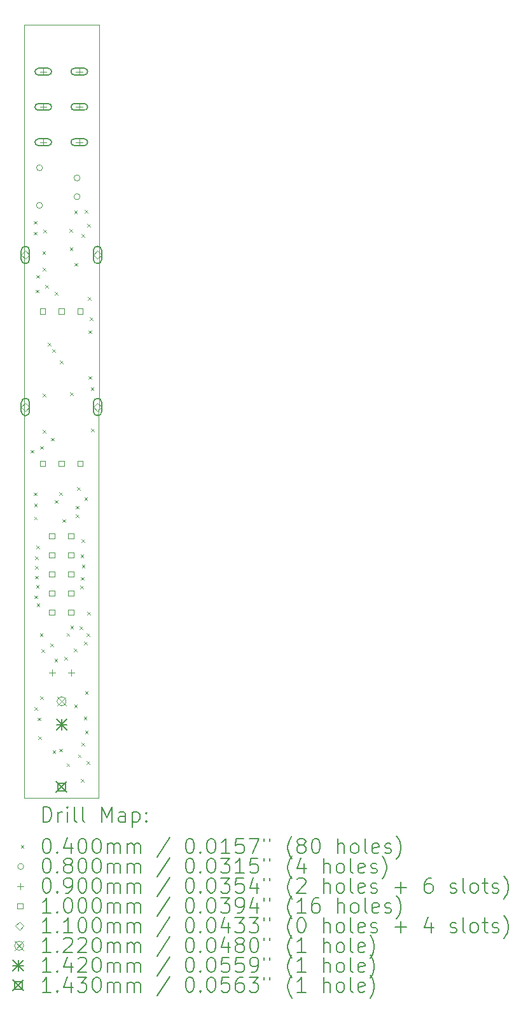
<source format=gbr>
%TF.GenerationSoftware,KiCad,Pcbnew,6.0.11+dfsg-1~bpo11+1*%
%TF.CreationDate,2023-03-01T11:09:31+08:00*%
%TF.ProjectId,MiniLFO v1.0 - Main,4d696e69-4c46-44f2-9076-312e30202d20,rev?*%
%TF.SameCoordinates,Original*%
%TF.FileFunction,Drillmap*%
%TF.FilePolarity,Positive*%
%FSLAX45Y45*%
G04 Gerber Fmt 4.5, Leading zero omitted, Abs format (unit mm)*
G04 Created by KiCad (PCBNEW 6.0.11+dfsg-1~bpo11+1) date 2023-03-01 11:09:31*
%MOMM*%
%LPD*%
G01*
G04 APERTURE LIST*
%ADD10C,0.100000*%
%ADD11C,0.200000*%
%ADD12C,0.040000*%
%ADD13C,0.080000*%
%ADD14C,0.090000*%
%ADD15C,0.110000*%
%ADD16C,0.122000*%
%ADD17C,0.142000*%
%ADD18C,0.143000*%
G04 APERTURE END LIST*
D10*
X16022000Y-16309000D02*
X16022000Y-6009000D01*
X17022000Y-6009000D02*
X17017000Y-16309000D01*
X16022000Y-6009000D02*
X17022000Y-6009000D01*
X17017000Y-16309000D02*
X16022000Y-16309000D01*
D11*
D12*
X16112000Y-11672000D02*
X16152000Y-11712000D01*
X16152000Y-11672000D02*
X16112000Y-11712000D01*
X16149000Y-12238000D02*
X16189000Y-12278000D01*
X16189000Y-12238000D02*
X16149000Y-12278000D01*
X16150000Y-8623000D02*
X16190000Y-8663000D01*
X16190000Y-8623000D02*
X16150000Y-8663000D01*
X16153000Y-8767000D02*
X16193000Y-8807000D01*
X16193000Y-8767000D02*
X16153000Y-8807000D01*
X16155000Y-12386000D02*
X16195000Y-12426000D01*
X16195000Y-12386000D02*
X16155000Y-12426000D01*
X16155000Y-12560000D02*
X16195000Y-12600000D01*
X16195000Y-12560000D02*
X16155000Y-12600000D01*
X16160000Y-13610000D02*
X16200000Y-13650000D01*
X16200000Y-13610000D02*
X16160000Y-13650000D01*
X16161000Y-15096000D02*
X16201000Y-15136000D01*
X16201000Y-15096000D02*
X16161000Y-15136000D01*
X16166000Y-13088000D02*
X16206000Y-13128000D01*
X16206000Y-13088000D02*
X16166000Y-13128000D01*
X16169000Y-13349000D02*
X16209000Y-13389000D01*
X16209000Y-13349000D02*
X16169000Y-13389000D01*
X16170000Y-13218000D02*
X16210000Y-13258000D01*
X16210000Y-13218000D02*
X16170000Y-13258000D01*
X16175000Y-9539000D02*
X16215000Y-9579000D01*
X16215000Y-9539000D02*
X16175000Y-9579000D01*
X16181000Y-13472000D02*
X16221000Y-13512000D01*
X16221000Y-13472000D02*
X16181000Y-13512000D01*
X16184000Y-12947000D02*
X16224000Y-12987000D01*
X16224000Y-12947000D02*
X16184000Y-12987000D01*
X16185000Y-9344000D02*
X16225000Y-9384000D01*
X16225000Y-9344000D02*
X16185000Y-9384000D01*
X16190000Y-13716000D02*
X16230000Y-13756000D01*
X16230000Y-13716000D02*
X16190000Y-13756000D01*
X16200000Y-15236000D02*
X16240000Y-15276000D01*
X16240000Y-15236000D02*
X16200000Y-15276000D01*
X16208000Y-15483000D02*
X16248000Y-15523000D01*
X16248000Y-15483000D02*
X16208000Y-15523000D01*
X16232000Y-14114000D02*
X16272000Y-14154000D01*
X16272000Y-14114000D02*
X16232000Y-14154000D01*
X16236000Y-11621000D02*
X16276000Y-11661000D01*
X16276000Y-11621000D02*
X16236000Y-11661000D01*
X16239000Y-14952000D02*
X16279000Y-14992000D01*
X16279000Y-14952000D02*
X16239000Y-14992000D01*
X16254000Y-14324950D02*
X16294000Y-14364950D01*
X16294000Y-14324950D02*
X16254000Y-14364950D01*
X16266000Y-9025000D02*
X16306000Y-9065000D01*
X16306000Y-9025000D02*
X16266000Y-9065000D01*
X16269150Y-10922000D02*
X16309150Y-10962000D01*
X16309150Y-10922000D02*
X16269150Y-10962000D01*
X16270000Y-9243000D02*
X16310000Y-9283000D01*
X16310000Y-9243000D02*
X16270000Y-9283000D01*
X16271000Y-11405000D02*
X16311000Y-11445000D01*
X16311000Y-11405000D02*
X16271000Y-11445000D01*
X16281000Y-8738000D02*
X16321000Y-8778000D01*
X16321000Y-8738000D02*
X16281000Y-8778000D01*
X16306000Y-9472000D02*
X16346000Y-9512000D01*
X16346000Y-9472000D02*
X16306000Y-9512000D01*
X16339000Y-10242000D02*
X16379000Y-10282000D01*
X16379000Y-10242000D02*
X16339000Y-10282000D01*
X16373000Y-14247000D02*
X16413000Y-14287000D01*
X16413000Y-14247000D02*
X16373000Y-14287000D01*
X16382000Y-11511000D02*
X16422000Y-11551000D01*
X16422000Y-11511000D02*
X16382000Y-11551000D01*
X16397042Y-10327611D02*
X16437042Y-10367611D01*
X16437042Y-10327611D02*
X16397042Y-10367611D01*
X16401000Y-15675000D02*
X16441000Y-15715000D01*
X16441000Y-15675000D02*
X16401000Y-15715000D01*
X16426678Y-14455678D02*
X16466678Y-14495678D01*
X16466678Y-14455678D02*
X16426678Y-14495678D01*
X16428000Y-12340000D02*
X16468000Y-12380000D01*
X16468000Y-12340000D02*
X16428000Y-12380000D01*
X16433050Y-9569000D02*
X16473050Y-9609000D01*
X16473050Y-9569000D02*
X16433050Y-9609000D01*
X16489000Y-12236000D02*
X16529000Y-12276000D01*
X16529000Y-12236000D02*
X16489000Y-12276000D01*
X16493000Y-15651000D02*
X16533000Y-15691000D01*
X16533000Y-15651000D02*
X16493000Y-15691000D01*
X16496000Y-10483000D02*
X16536000Y-10523000D01*
X16536000Y-10483000D02*
X16496000Y-10523000D01*
X16535000Y-12595000D02*
X16575000Y-12635000D01*
X16575000Y-12595000D02*
X16535000Y-12635000D01*
X16559000Y-14427000D02*
X16599000Y-14467000D01*
X16599000Y-14427000D02*
X16559000Y-14467000D01*
X16588000Y-14109000D02*
X16628000Y-14149000D01*
X16628000Y-14109000D02*
X16588000Y-14149000D01*
X16588000Y-15846000D02*
X16628000Y-15886000D01*
X16628000Y-15846000D02*
X16588000Y-15886000D01*
X16625000Y-8729000D02*
X16665000Y-8769000D01*
X16665000Y-8729000D02*
X16625000Y-8769000D01*
X16630000Y-8972000D02*
X16670000Y-9012000D01*
X16670000Y-8972000D02*
X16630000Y-9012000D01*
X16636000Y-10907000D02*
X16676000Y-10947000D01*
X16676000Y-10907000D02*
X16636000Y-10947000D01*
X16637903Y-14011947D02*
X16677903Y-14051947D01*
X16677903Y-14011947D02*
X16637903Y-14051947D01*
X16685000Y-14315000D02*
X16725000Y-14355000D01*
X16725000Y-14315000D02*
X16685000Y-14355000D01*
X16688000Y-15064000D02*
X16728000Y-15104000D01*
X16728000Y-15064000D02*
X16688000Y-15104000D01*
X16689000Y-8483000D02*
X16729000Y-8523000D01*
X16729000Y-8483000D02*
X16689000Y-8523000D01*
X16693000Y-9183000D02*
X16733000Y-9223000D01*
X16733000Y-9183000D02*
X16693000Y-9223000D01*
X16708000Y-12529000D02*
X16748000Y-12569000D01*
X16748000Y-12529000D02*
X16708000Y-12569000D01*
X16710437Y-12417487D02*
X16750437Y-12457487D01*
X16750437Y-12417487D02*
X16710437Y-12457487D01*
X16725000Y-12165000D02*
X16765000Y-12205000D01*
X16765000Y-12165000D02*
X16725000Y-12205000D01*
X16740000Y-15727000D02*
X16780000Y-15767000D01*
X16780000Y-15727000D02*
X16740000Y-15767000D01*
X16760000Y-14021000D02*
X16800000Y-14061000D01*
X16800000Y-14021000D02*
X16760000Y-14061000D01*
X16769000Y-13479000D02*
X16809000Y-13519000D01*
X16809000Y-13479000D02*
X16769000Y-13519000D01*
X16774000Y-13062000D02*
X16814000Y-13102000D01*
X16814000Y-13062000D02*
X16774000Y-13102000D01*
X16779000Y-13365000D02*
X16819000Y-13405000D01*
X16819000Y-13365000D02*
X16779000Y-13405000D01*
X16779000Y-16054000D02*
X16819000Y-16094000D01*
X16819000Y-16054000D02*
X16779000Y-16094000D01*
X16787000Y-8798000D02*
X16827000Y-8838000D01*
X16827000Y-8798000D02*
X16787000Y-8838000D01*
X16788000Y-12864000D02*
X16828000Y-12904000D01*
X16828000Y-12864000D02*
X16788000Y-12904000D01*
X16788000Y-15570000D02*
X16828000Y-15610000D01*
X16828000Y-15570000D02*
X16788000Y-15610000D01*
X16791000Y-13201000D02*
X16831000Y-13241000D01*
X16831000Y-13201000D02*
X16791000Y-13241000D01*
X16815000Y-15221000D02*
X16855000Y-15261000D01*
X16855000Y-15221000D02*
X16815000Y-15261000D01*
X16818000Y-14222000D02*
X16858000Y-14262000D01*
X16858000Y-14222000D02*
X16818000Y-14262000D01*
X16824533Y-12303391D02*
X16864533Y-12343391D01*
X16864533Y-12303391D02*
X16824533Y-12343391D01*
X16828000Y-8477000D02*
X16868000Y-8517000D01*
X16868000Y-8477000D02*
X16828000Y-8517000D01*
X16832000Y-14887000D02*
X16872000Y-14927000D01*
X16872000Y-14887000D02*
X16832000Y-14927000D01*
X16832000Y-15411000D02*
X16872000Y-15451000D01*
X16872000Y-15411000D02*
X16832000Y-15451000D01*
X16852000Y-14112000D02*
X16892000Y-14152000D01*
X16892000Y-14112000D02*
X16852000Y-14152000D01*
X16857000Y-15815000D02*
X16897000Y-15855000D01*
X16897000Y-15815000D02*
X16857000Y-15855000D01*
X16861000Y-8664000D02*
X16901000Y-8704000D01*
X16901000Y-8664000D02*
X16861000Y-8704000D01*
X16862000Y-13826000D02*
X16902000Y-13866000D01*
X16902000Y-13826000D02*
X16862000Y-13866000D01*
X16869000Y-9636000D02*
X16909000Y-9676000D01*
X16909000Y-9636000D02*
X16869000Y-9676000D01*
X16879000Y-10080000D02*
X16919000Y-10120000D01*
X16919000Y-10080000D02*
X16879000Y-10120000D01*
X16882000Y-10690000D02*
X16922000Y-10730000D01*
X16922000Y-10690000D02*
X16882000Y-10730000D01*
X16896000Y-9906000D02*
X16936000Y-9946000D01*
X16936000Y-9906000D02*
X16896000Y-9946000D01*
X16909000Y-10839000D02*
X16949000Y-10879000D01*
X16949000Y-10839000D02*
X16909000Y-10879000D01*
X16913080Y-11386920D02*
X16953080Y-11426920D01*
X16953080Y-11386920D02*
X16913080Y-11426920D01*
D13*
X16267000Y-7914000D02*
G75*
G03*
X16267000Y-7914000I-40000J0D01*
G01*
X16267000Y-8414000D02*
G75*
G03*
X16267000Y-8414000I-40000J0D01*
G01*
X16767300Y-8049311D02*
G75*
G03*
X16767300Y-8049311I-40000J0D01*
G01*
X16767300Y-8299311D02*
G75*
G03*
X16767300Y-8299311I-40000J0D01*
G01*
D14*
X16277300Y-6589000D02*
X16277300Y-6679000D01*
X16232300Y-6634000D02*
X16322300Y-6634000D01*
D11*
X16212300Y-6679000D02*
X16342300Y-6679000D01*
X16212300Y-6589000D02*
X16342300Y-6589000D01*
X16342300Y-6679000D02*
G75*
G03*
X16342300Y-6589000I0J45000D01*
G01*
X16212300Y-6589000D02*
G75*
G03*
X16212300Y-6679000I0J-45000D01*
G01*
D14*
X16277300Y-7059000D02*
X16277300Y-7149000D01*
X16232300Y-7104000D02*
X16322300Y-7104000D01*
D11*
X16212300Y-7149000D02*
X16342300Y-7149000D01*
X16212300Y-7059000D02*
X16342300Y-7059000D01*
X16342300Y-7149000D02*
G75*
G03*
X16342300Y-7059000I0J45000D01*
G01*
X16212300Y-7059000D02*
G75*
G03*
X16212300Y-7149000I0J-45000D01*
G01*
D14*
X16277300Y-7529000D02*
X16277300Y-7619000D01*
X16232300Y-7574000D02*
X16322300Y-7574000D01*
D11*
X16212300Y-7619000D02*
X16342300Y-7619000D01*
X16212300Y-7529000D02*
X16342300Y-7529000D01*
X16342300Y-7619000D02*
G75*
G03*
X16342300Y-7529000I0J45000D01*
G01*
X16212300Y-7529000D02*
G75*
G03*
X16212300Y-7619000I0J-45000D01*
G01*
D14*
X16394300Y-14594000D02*
X16394300Y-14684000D01*
X16349300Y-14639000D02*
X16439300Y-14639000D01*
X16648300Y-14594000D02*
X16648300Y-14684000D01*
X16603300Y-14639000D02*
X16693300Y-14639000D01*
X16757300Y-6589000D02*
X16757300Y-6679000D01*
X16712300Y-6634000D02*
X16802300Y-6634000D01*
D11*
X16692300Y-6679000D02*
X16822300Y-6679000D01*
X16692300Y-6589000D02*
X16822300Y-6589000D01*
X16822300Y-6679000D02*
G75*
G03*
X16822300Y-6589000I0J45000D01*
G01*
X16692300Y-6589000D02*
G75*
G03*
X16692300Y-6679000I0J-45000D01*
G01*
D14*
X16757300Y-7059000D02*
X16757300Y-7149000D01*
X16712300Y-7104000D02*
X16802300Y-7104000D01*
D11*
X16692300Y-7149000D02*
X16822300Y-7149000D01*
X16692300Y-7059000D02*
X16822300Y-7059000D01*
X16822300Y-7149000D02*
G75*
G03*
X16822300Y-7059000I0J45000D01*
G01*
X16692300Y-7059000D02*
G75*
G03*
X16692300Y-7149000I0J-45000D01*
G01*
D14*
X16757300Y-7529000D02*
X16757300Y-7619000D01*
X16712300Y-7574000D02*
X16802300Y-7574000D01*
D11*
X16692300Y-7619000D02*
X16822300Y-7619000D01*
X16692300Y-7529000D02*
X16822300Y-7529000D01*
X16822300Y-7619000D02*
G75*
G03*
X16822300Y-7529000I0J45000D01*
G01*
X16692300Y-7529000D02*
G75*
G03*
X16692300Y-7619000I0J-45000D01*
G01*
D10*
X16305356Y-9860356D02*
X16305356Y-9789644D01*
X16234644Y-9789644D01*
X16234644Y-9860356D01*
X16305356Y-9860356D01*
X16305356Y-11885356D02*
X16305356Y-11814644D01*
X16234644Y-11814644D01*
X16234644Y-11885356D01*
X16305356Y-11885356D01*
X16428356Y-12852356D02*
X16428356Y-12781644D01*
X16357644Y-12781644D01*
X16357644Y-12852356D01*
X16428356Y-12852356D01*
X16428356Y-13106356D02*
X16428356Y-13035644D01*
X16357644Y-13035644D01*
X16357644Y-13106356D01*
X16428356Y-13106356D01*
X16428356Y-13360356D02*
X16428356Y-13289644D01*
X16357644Y-13289644D01*
X16357644Y-13360356D01*
X16428356Y-13360356D01*
X16428356Y-13614356D02*
X16428356Y-13543644D01*
X16357644Y-13543644D01*
X16357644Y-13614356D01*
X16428356Y-13614356D01*
X16428356Y-13868356D02*
X16428356Y-13797644D01*
X16357644Y-13797644D01*
X16357644Y-13868356D01*
X16428356Y-13868356D01*
X16555356Y-9860356D02*
X16555356Y-9789644D01*
X16484644Y-9789644D01*
X16484644Y-9860356D01*
X16555356Y-9860356D01*
X16555356Y-11885356D02*
X16555356Y-11814644D01*
X16484644Y-11814644D01*
X16484644Y-11885356D01*
X16555356Y-11885356D01*
X16682356Y-12852356D02*
X16682356Y-12781644D01*
X16611644Y-12781644D01*
X16611644Y-12852356D01*
X16682356Y-12852356D01*
X16682356Y-13106356D02*
X16682356Y-13035644D01*
X16611644Y-13035644D01*
X16611644Y-13106356D01*
X16682356Y-13106356D01*
X16682356Y-13360356D02*
X16682356Y-13289644D01*
X16611644Y-13289644D01*
X16611644Y-13360356D01*
X16682356Y-13360356D01*
X16682356Y-13614356D02*
X16682356Y-13543644D01*
X16611644Y-13543644D01*
X16611644Y-13614356D01*
X16682356Y-13614356D01*
X16682356Y-13868356D02*
X16682356Y-13797644D01*
X16611644Y-13797644D01*
X16611644Y-13868356D01*
X16682356Y-13868356D01*
X16805356Y-9860356D02*
X16805356Y-9789644D01*
X16734644Y-9789644D01*
X16734644Y-9860356D01*
X16805356Y-9860356D01*
X16805356Y-11885356D02*
X16805356Y-11814644D01*
X16734644Y-11814644D01*
X16734644Y-11885356D01*
X16805356Y-11885356D01*
D15*
X16040000Y-9130000D02*
X16095000Y-9075000D01*
X16040000Y-9020000D01*
X15985000Y-9075000D01*
X16040000Y-9130000D01*
D11*
X16095000Y-9135000D02*
X16095000Y-9015000D01*
X15985000Y-9135000D02*
X15985000Y-9015000D01*
X16095000Y-9015000D02*
G75*
G03*
X15985000Y-9015000I-55000J0D01*
G01*
X15985000Y-9135000D02*
G75*
G03*
X16095000Y-9135000I55000J0D01*
G01*
D15*
X16040000Y-11155000D02*
X16095000Y-11100000D01*
X16040000Y-11045000D01*
X15985000Y-11100000D01*
X16040000Y-11155000D01*
D11*
X16095000Y-11160000D02*
X16095000Y-11040000D01*
X15985000Y-11160000D02*
X15985000Y-11040000D01*
X16095000Y-11040000D02*
G75*
G03*
X15985000Y-11040000I-55000J0D01*
G01*
X15985000Y-11160000D02*
G75*
G03*
X16095000Y-11160000I55000J0D01*
G01*
D15*
X17000000Y-9130000D02*
X17055000Y-9075000D01*
X17000000Y-9020000D01*
X16945000Y-9075000D01*
X17000000Y-9130000D01*
D11*
X17055000Y-9135000D02*
X17055000Y-9015000D01*
X16945000Y-9135000D02*
X16945000Y-9015000D01*
X17055000Y-9015000D02*
G75*
G03*
X16945000Y-9015000I-55000J0D01*
G01*
X16945000Y-9135000D02*
G75*
G03*
X17055000Y-9135000I55000J0D01*
G01*
D15*
X17000000Y-11155000D02*
X17055000Y-11100000D01*
X17000000Y-11045000D01*
X16945000Y-11100000D01*
X17000000Y-11155000D01*
D11*
X17055000Y-11160000D02*
X17055000Y-11040000D01*
X16945000Y-11160000D02*
X16945000Y-11040000D01*
X17055000Y-11040000D02*
G75*
G03*
X16945000Y-11040000I-55000J0D01*
G01*
X16945000Y-11160000D02*
G75*
G03*
X17055000Y-11160000I55000J0D01*
G01*
D16*
X16461000Y-14958000D02*
X16583000Y-15080000D01*
X16583000Y-14958000D02*
X16461000Y-15080000D01*
X16583000Y-15019000D02*
G75*
G03*
X16583000Y-15019000I-61000J0D01*
G01*
D17*
X16451000Y-15258000D02*
X16593000Y-15400000D01*
X16593000Y-15258000D02*
X16451000Y-15400000D01*
X16522000Y-15258000D02*
X16522000Y-15400000D01*
X16451000Y-15329000D02*
X16593000Y-15329000D01*
D18*
X16450500Y-16087500D02*
X16593500Y-16230500D01*
X16593500Y-16087500D02*
X16450500Y-16230500D01*
X16572559Y-16209559D02*
X16572559Y-16108441D01*
X16471441Y-16108441D01*
X16471441Y-16209559D01*
X16572559Y-16209559D01*
D11*
X16274619Y-16624476D02*
X16274619Y-16424476D01*
X16322238Y-16424476D01*
X16350809Y-16434000D01*
X16369857Y-16453048D01*
X16379381Y-16472095D01*
X16388905Y-16510190D01*
X16388905Y-16538762D01*
X16379381Y-16576857D01*
X16369857Y-16595905D01*
X16350809Y-16614952D01*
X16322238Y-16624476D01*
X16274619Y-16624476D01*
X16474619Y-16624476D02*
X16474619Y-16491143D01*
X16474619Y-16529238D02*
X16484143Y-16510190D01*
X16493667Y-16500667D01*
X16512714Y-16491143D01*
X16531762Y-16491143D01*
X16598428Y-16624476D02*
X16598428Y-16491143D01*
X16598428Y-16424476D02*
X16588905Y-16434000D01*
X16598428Y-16443524D01*
X16607952Y-16434000D01*
X16598428Y-16424476D01*
X16598428Y-16443524D01*
X16722238Y-16624476D02*
X16703190Y-16614952D01*
X16693667Y-16595905D01*
X16693667Y-16424476D01*
X16827000Y-16624476D02*
X16807952Y-16614952D01*
X16798429Y-16595905D01*
X16798429Y-16424476D01*
X17055571Y-16624476D02*
X17055571Y-16424476D01*
X17122238Y-16567333D01*
X17188905Y-16424476D01*
X17188905Y-16624476D01*
X17369857Y-16624476D02*
X17369857Y-16519714D01*
X17360333Y-16500667D01*
X17341286Y-16491143D01*
X17303190Y-16491143D01*
X17284143Y-16500667D01*
X17369857Y-16614952D02*
X17350810Y-16624476D01*
X17303190Y-16624476D01*
X17284143Y-16614952D01*
X17274619Y-16595905D01*
X17274619Y-16576857D01*
X17284143Y-16557809D01*
X17303190Y-16548286D01*
X17350810Y-16548286D01*
X17369857Y-16538762D01*
X17465095Y-16491143D02*
X17465095Y-16691143D01*
X17465095Y-16500667D02*
X17484143Y-16491143D01*
X17522238Y-16491143D01*
X17541286Y-16500667D01*
X17550810Y-16510190D01*
X17560333Y-16529238D01*
X17560333Y-16586381D01*
X17550810Y-16605428D01*
X17541286Y-16614952D01*
X17522238Y-16624476D01*
X17484143Y-16624476D01*
X17465095Y-16614952D01*
X17646048Y-16605428D02*
X17655571Y-16614952D01*
X17646048Y-16624476D01*
X17636524Y-16614952D01*
X17646048Y-16605428D01*
X17646048Y-16624476D01*
X17646048Y-16500667D02*
X17655571Y-16510190D01*
X17646048Y-16519714D01*
X17636524Y-16510190D01*
X17646048Y-16500667D01*
X17646048Y-16519714D01*
D12*
X15977000Y-16934000D02*
X16017000Y-16974000D01*
X16017000Y-16934000D02*
X15977000Y-16974000D01*
D11*
X16312714Y-16844476D02*
X16331762Y-16844476D01*
X16350809Y-16854000D01*
X16360333Y-16863524D01*
X16369857Y-16882571D01*
X16379381Y-16920667D01*
X16379381Y-16968286D01*
X16369857Y-17006381D01*
X16360333Y-17025429D01*
X16350809Y-17034952D01*
X16331762Y-17044476D01*
X16312714Y-17044476D01*
X16293667Y-17034952D01*
X16284143Y-17025429D01*
X16274619Y-17006381D01*
X16265095Y-16968286D01*
X16265095Y-16920667D01*
X16274619Y-16882571D01*
X16284143Y-16863524D01*
X16293667Y-16854000D01*
X16312714Y-16844476D01*
X16465095Y-17025429D02*
X16474619Y-17034952D01*
X16465095Y-17044476D01*
X16455571Y-17034952D01*
X16465095Y-17025429D01*
X16465095Y-17044476D01*
X16646048Y-16911143D02*
X16646048Y-17044476D01*
X16598428Y-16834952D02*
X16550809Y-16977810D01*
X16674619Y-16977810D01*
X16788905Y-16844476D02*
X16807952Y-16844476D01*
X16827000Y-16854000D01*
X16836524Y-16863524D01*
X16846048Y-16882571D01*
X16855571Y-16920667D01*
X16855571Y-16968286D01*
X16846048Y-17006381D01*
X16836524Y-17025429D01*
X16827000Y-17034952D01*
X16807952Y-17044476D01*
X16788905Y-17044476D01*
X16769857Y-17034952D01*
X16760333Y-17025429D01*
X16750809Y-17006381D01*
X16741286Y-16968286D01*
X16741286Y-16920667D01*
X16750809Y-16882571D01*
X16760333Y-16863524D01*
X16769857Y-16854000D01*
X16788905Y-16844476D01*
X16979381Y-16844476D02*
X16998429Y-16844476D01*
X17017476Y-16854000D01*
X17027000Y-16863524D01*
X17036524Y-16882571D01*
X17046048Y-16920667D01*
X17046048Y-16968286D01*
X17036524Y-17006381D01*
X17027000Y-17025429D01*
X17017476Y-17034952D01*
X16998429Y-17044476D01*
X16979381Y-17044476D01*
X16960333Y-17034952D01*
X16950810Y-17025429D01*
X16941286Y-17006381D01*
X16931762Y-16968286D01*
X16931762Y-16920667D01*
X16941286Y-16882571D01*
X16950810Y-16863524D01*
X16960333Y-16854000D01*
X16979381Y-16844476D01*
X17131762Y-17044476D02*
X17131762Y-16911143D01*
X17131762Y-16930190D02*
X17141286Y-16920667D01*
X17160333Y-16911143D01*
X17188905Y-16911143D01*
X17207952Y-16920667D01*
X17217476Y-16939714D01*
X17217476Y-17044476D01*
X17217476Y-16939714D02*
X17227000Y-16920667D01*
X17246048Y-16911143D01*
X17274619Y-16911143D01*
X17293667Y-16920667D01*
X17303190Y-16939714D01*
X17303190Y-17044476D01*
X17398429Y-17044476D02*
X17398429Y-16911143D01*
X17398429Y-16930190D02*
X17407952Y-16920667D01*
X17427000Y-16911143D01*
X17455571Y-16911143D01*
X17474619Y-16920667D01*
X17484143Y-16939714D01*
X17484143Y-17044476D01*
X17484143Y-16939714D02*
X17493667Y-16920667D01*
X17512714Y-16911143D01*
X17541286Y-16911143D01*
X17560333Y-16920667D01*
X17569857Y-16939714D01*
X17569857Y-17044476D01*
X17960333Y-16834952D02*
X17788905Y-17092095D01*
X18217476Y-16844476D02*
X18236524Y-16844476D01*
X18255571Y-16854000D01*
X18265095Y-16863524D01*
X18274619Y-16882571D01*
X18284143Y-16920667D01*
X18284143Y-16968286D01*
X18274619Y-17006381D01*
X18265095Y-17025429D01*
X18255571Y-17034952D01*
X18236524Y-17044476D01*
X18217476Y-17044476D01*
X18198429Y-17034952D01*
X18188905Y-17025429D01*
X18179381Y-17006381D01*
X18169857Y-16968286D01*
X18169857Y-16920667D01*
X18179381Y-16882571D01*
X18188905Y-16863524D01*
X18198429Y-16854000D01*
X18217476Y-16844476D01*
X18369857Y-17025429D02*
X18379381Y-17034952D01*
X18369857Y-17044476D01*
X18360333Y-17034952D01*
X18369857Y-17025429D01*
X18369857Y-17044476D01*
X18503190Y-16844476D02*
X18522238Y-16844476D01*
X18541286Y-16854000D01*
X18550810Y-16863524D01*
X18560333Y-16882571D01*
X18569857Y-16920667D01*
X18569857Y-16968286D01*
X18560333Y-17006381D01*
X18550810Y-17025429D01*
X18541286Y-17034952D01*
X18522238Y-17044476D01*
X18503190Y-17044476D01*
X18484143Y-17034952D01*
X18474619Y-17025429D01*
X18465095Y-17006381D01*
X18455571Y-16968286D01*
X18455571Y-16920667D01*
X18465095Y-16882571D01*
X18474619Y-16863524D01*
X18484143Y-16854000D01*
X18503190Y-16844476D01*
X18760333Y-17044476D02*
X18646048Y-17044476D01*
X18703190Y-17044476D02*
X18703190Y-16844476D01*
X18684143Y-16873048D01*
X18665095Y-16892095D01*
X18646048Y-16901619D01*
X18941286Y-16844476D02*
X18846048Y-16844476D01*
X18836524Y-16939714D01*
X18846048Y-16930190D01*
X18865095Y-16920667D01*
X18912714Y-16920667D01*
X18931762Y-16930190D01*
X18941286Y-16939714D01*
X18950810Y-16958762D01*
X18950810Y-17006381D01*
X18941286Y-17025429D01*
X18931762Y-17034952D01*
X18912714Y-17044476D01*
X18865095Y-17044476D01*
X18846048Y-17034952D01*
X18836524Y-17025429D01*
X19017476Y-16844476D02*
X19150810Y-16844476D01*
X19065095Y-17044476D01*
X19217476Y-16844476D02*
X19217476Y-16882571D01*
X19293667Y-16844476D02*
X19293667Y-16882571D01*
X19588905Y-17120667D02*
X19579381Y-17111143D01*
X19560333Y-17082571D01*
X19550810Y-17063524D01*
X19541286Y-17034952D01*
X19531762Y-16987333D01*
X19531762Y-16949238D01*
X19541286Y-16901619D01*
X19550810Y-16873048D01*
X19560333Y-16854000D01*
X19579381Y-16825429D01*
X19588905Y-16815905D01*
X19693667Y-16930190D02*
X19674619Y-16920667D01*
X19665095Y-16911143D01*
X19655571Y-16892095D01*
X19655571Y-16882571D01*
X19665095Y-16863524D01*
X19674619Y-16854000D01*
X19693667Y-16844476D01*
X19731762Y-16844476D01*
X19750810Y-16854000D01*
X19760333Y-16863524D01*
X19769857Y-16882571D01*
X19769857Y-16892095D01*
X19760333Y-16911143D01*
X19750810Y-16920667D01*
X19731762Y-16930190D01*
X19693667Y-16930190D01*
X19674619Y-16939714D01*
X19665095Y-16949238D01*
X19655571Y-16968286D01*
X19655571Y-17006381D01*
X19665095Y-17025429D01*
X19674619Y-17034952D01*
X19693667Y-17044476D01*
X19731762Y-17044476D01*
X19750810Y-17034952D01*
X19760333Y-17025429D01*
X19769857Y-17006381D01*
X19769857Y-16968286D01*
X19760333Y-16949238D01*
X19750810Y-16939714D01*
X19731762Y-16930190D01*
X19893667Y-16844476D02*
X19912714Y-16844476D01*
X19931762Y-16854000D01*
X19941286Y-16863524D01*
X19950810Y-16882571D01*
X19960333Y-16920667D01*
X19960333Y-16968286D01*
X19950810Y-17006381D01*
X19941286Y-17025429D01*
X19931762Y-17034952D01*
X19912714Y-17044476D01*
X19893667Y-17044476D01*
X19874619Y-17034952D01*
X19865095Y-17025429D01*
X19855571Y-17006381D01*
X19846048Y-16968286D01*
X19846048Y-16920667D01*
X19855571Y-16882571D01*
X19865095Y-16863524D01*
X19874619Y-16854000D01*
X19893667Y-16844476D01*
X20198429Y-17044476D02*
X20198429Y-16844476D01*
X20284143Y-17044476D02*
X20284143Y-16939714D01*
X20274619Y-16920667D01*
X20255571Y-16911143D01*
X20227000Y-16911143D01*
X20207952Y-16920667D01*
X20198429Y-16930190D01*
X20407952Y-17044476D02*
X20388905Y-17034952D01*
X20379381Y-17025429D01*
X20369857Y-17006381D01*
X20369857Y-16949238D01*
X20379381Y-16930190D01*
X20388905Y-16920667D01*
X20407952Y-16911143D01*
X20436524Y-16911143D01*
X20455571Y-16920667D01*
X20465095Y-16930190D01*
X20474619Y-16949238D01*
X20474619Y-17006381D01*
X20465095Y-17025429D01*
X20455571Y-17034952D01*
X20436524Y-17044476D01*
X20407952Y-17044476D01*
X20588905Y-17044476D02*
X20569857Y-17034952D01*
X20560333Y-17015905D01*
X20560333Y-16844476D01*
X20741286Y-17034952D02*
X20722238Y-17044476D01*
X20684143Y-17044476D01*
X20665095Y-17034952D01*
X20655571Y-17015905D01*
X20655571Y-16939714D01*
X20665095Y-16920667D01*
X20684143Y-16911143D01*
X20722238Y-16911143D01*
X20741286Y-16920667D01*
X20750810Y-16939714D01*
X20750810Y-16958762D01*
X20655571Y-16977810D01*
X20827000Y-17034952D02*
X20846048Y-17044476D01*
X20884143Y-17044476D01*
X20903190Y-17034952D01*
X20912714Y-17015905D01*
X20912714Y-17006381D01*
X20903190Y-16987333D01*
X20884143Y-16977810D01*
X20855571Y-16977810D01*
X20836524Y-16968286D01*
X20827000Y-16949238D01*
X20827000Y-16939714D01*
X20836524Y-16920667D01*
X20855571Y-16911143D01*
X20884143Y-16911143D01*
X20903190Y-16920667D01*
X20979381Y-17120667D02*
X20988905Y-17111143D01*
X21007952Y-17082571D01*
X21017476Y-17063524D01*
X21027000Y-17034952D01*
X21036524Y-16987333D01*
X21036524Y-16949238D01*
X21027000Y-16901619D01*
X21017476Y-16873048D01*
X21007952Y-16854000D01*
X20988905Y-16825429D01*
X20979381Y-16815905D01*
D13*
X16017000Y-17218000D02*
G75*
G03*
X16017000Y-17218000I-40000J0D01*
G01*
D11*
X16312714Y-17108476D02*
X16331762Y-17108476D01*
X16350809Y-17118000D01*
X16360333Y-17127524D01*
X16369857Y-17146571D01*
X16379381Y-17184667D01*
X16379381Y-17232286D01*
X16369857Y-17270381D01*
X16360333Y-17289429D01*
X16350809Y-17298952D01*
X16331762Y-17308476D01*
X16312714Y-17308476D01*
X16293667Y-17298952D01*
X16284143Y-17289429D01*
X16274619Y-17270381D01*
X16265095Y-17232286D01*
X16265095Y-17184667D01*
X16274619Y-17146571D01*
X16284143Y-17127524D01*
X16293667Y-17118000D01*
X16312714Y-17108476D01*
X16465095Y-17289429D02*
X16474619Y-17298952D01*
X16465095Y-17308476D01*
X16455571Y-17298952D01*
X16465095Y-17289429D01*
X16465095Y-17308476D01*
X16588905Y-17194190D02*
X16569857Y-17184667D01*
X16560333Y-17175143D01*
X16550809Y-17156095D01*
X16550809Y-17146571D01*
X16560333Y-17127524D01*
X16569857Y-17118000D01*
X16588905Y-17108476D01*
X16627000Y-17108476D01*
X16646048Y-17118000D01*
X16655571Y-17127524D01*
X16665095Y-17146571D01*
X16665095Y-17156095D01*
X16655571Y-17175143D01*
X16646048Y-17184667D01*
X16627000Y-17194190D01*
X16588905Y-17194190D01*
X16569857Y-17203714D01*
X16560333Y-17213238D01*
X16550809Y-17232286D01*
X16550809Y-17270381D01*
X16560333Y-17289429D01*
X16569857Y-17298952D01*
X16588905Y-17308476D01*
X16627000Y-17308476D01*
X16646048Y-17298952D01*
X16655571Y-17289429D01*
X16665095Y-17270381D01*
X16665095Y-17232286D01*
X16655571Y-17213238D01*
X16646048Y-17203714D01*
X16627000Y-17194190D01*
X16788905Y-17108476D02*
X16807952Y-17108476D01*
X16827000Y-17118000D01*
X16836524Y-17127524D01*
X16846048Y-17146571D01*
X16855571Y-17184667D01*
X16855571Y-17232286D01*
X16846048Y-17270381D01*
X16836524Y-17289429D01*
X16827000Y-17298952D01*
X16807952Y-17308476D01*
X16788905Y-17308476D01*
X16769857Y-17298952D01*
X16760333Y-17289429D01*
X16750809Y-17270381D01*
X16741286Y-17232286D01*
X16741286Y-17184667D01*
X16750809Y-17146571D01*
X16760333Y-17127524D01*
X16769857Y-17118000D01*
X16788905Y-17108476D01*
X16979381Y-17108476D02*
X16998429Y-17108476D01*
X17017476Y-17118000D01*
X17027000Y-17127524D01*
X17036524Y-17146571D01*
X17046048Y-17184667D01*
X17046048Y-17232286D01*
X17036524Y-17270381D01*
X17027000Y-17289429D01*
X17017476Y-17298952D01*
X16998429Y-17308476D01*
X16979381Y-17308476D01*
X16960333Y-17298952D01*
X16950810Y-17289429D01*
X16941286Y-17270381D01*
X16931762Y-17232286D01*
X16931762Y-17184667D01*
X16941286Y-17146571D01*
X16950810Y-17127524D01*
X16960333Y-17118000D01*
X16979381Y-17108476D01*
X17131762Y-17308476D02*
X17131762Y-17175143D01*
X17131762Y-17194190D02*
X17141286Y-17184667D01*
X17160333Y-17175143D01*
X17188905Y-17175143D01*
X17207952Y-17184667D01*
X17217476Y-17203714D01*
X17217476Y-17308476D01*
X17217476Y-17203714D02*
X17227000Y-17184667D01*
X17246048Y-17175143D01*
X17274619Y-17175143D01*
X17293667Y-17184667D01*
X17303190Y-17203714D01*
X17303190Y-17308476D01*
X17398429Y-17308476D02*
X17398429Y-17175143D01*
X17398429Y-17194190D02*
X17407952Y-17184667D01*
X17427000Y-17175143D01*
X17455571Y-17175143D01*
X17474619Y-17184667D01*
X17484143Y-17203714D01*
X17484143Y-17308476D01*
X17484143Y-17203714D02*
X17493667Y-17184667D01*
X17512714Y-17175143D01*
X17541286Y-17175143D01*
X17560333Y-17184667D01*
X17569857Y-17203714D01*
X17569857Y-17308476D01*
X17960333Y-17098952D02*
X17788905Y-17356095D01*
X18217476Y-17108476D02*
X18236524Y-17108476D01*
X18255571Y-17118000D01*
X18265095Y-17127524D01*
X18274619Y-17146571D01*
X18284143Y-17184667D01*
X18284143Y-17232286D01*
X18274619Y-17270381D01*
X18265095Y-17289429D01*
X18255571Y-17298952D01*
X18236524Y-17308476D01*
X18217476Y-17308476D01*
X18198429Y-17298952D01*
X18188905Y-17289429D01*
X18179381Y-17270381D01*
X18169857Y-17232286D01*
X18169857Y-17184667D01*
X18179381Y-17146571D01*
X18188905Y-17127524D01*
X18198429Y-17118000D01*
X18217476Y-17108476D01*
X18369857Y-17289429D02*
X18379381Y-17298952D01*
X18369857Y-17308476D01*
X18360333Y-17298952D01*
X18369857Y-17289429D01*
X18369857Y-17308476D01*
X18503190Y-17108476D02*
X18522238Y-17108476D01*
X18541286Y-17118000D01*
X18550810Y-17127524D01*
X18560333Y-17146571D01*
X18569857Y-17184667D01*
X18569857Y-17232286D01*
X18560333Y-17270381D01*
X18550810Y-17289429D01*
X18541286Y-17298952D01*
X18522238Y-17308476D01*
X18503190Y-17308476D01*
X18484143Y-17298952D01*
X18474619Y-17289429D01*
X18465095Y-17270381D01*
X18455571Y-17232286D01*
X18455571Y-17184667D01*
X18465095Y-17146571D01*
X18474619Y-17127524D01*
X18484143Y-17118000D01*
X18503190Y-17108476D01*
X18636524Y-17108476D02*
X18760333Y-17108476D01*
X18693667Y-17184667D01*
X18722238Y-17184667D01*
X18741286Y-17194190D01*
X18750810Y-17203714D01*
X18760333Y-17222762D01*
X18760333Y-17270381D01*
X18750810Y-17289429D01*
X18741286Y-17298952D01*
X18722238Y-17308476D01*
X18665095Y-17308476D01*
X18646048Y-17298952D01*
X18636524Y-17289429D01*
X18950810Y-17308476D02*
X18836524Y-17308476D01*
X18893667Y-17308476D02*
X18893667Y-17108476D01*
X18874619Y-17137048D01*
X18855571Y-17156095D01*
X18836524Y-17165619D01*
X19131762Y-17108476D02*
X19036524Y-17108476D01*
X19027000Y-17203714D01*
X19036524Y-17194190D01*
X19055571Y-17184667D01*
X19103190Y-17184667D01*
X19122238Y-17194190D01*
X19131762Y-17203714D01*
X19141286Y-17222762D01*
X19141286Y-17270381D01*
X19131762Y-17289429D01*
X19122238Y-17298952D01*
X19103190Y-17308476D01*
X19055571Y-17308476D01*
X19036524Y-17298952D01*
X19027000Y-17289429D01*
X19217476Y-17108476D02*
X19217476Y-17146571D01*
X19293667Y-17108476D02*
X19293667Y-17146571D01*
X19588905Y-17384667D02*
X19579381Y-17375143D01*
X19560333Y-17346571D01*
X19550810Y-17327524D01*
X19541286Y-17298952D01*
X19531762Y-17251333D01*
X19531762Y-17213238D01*
X19541286Y-17165619D01*
X19550810Y-17137048D01*
X19560333Y-17118000D01*
X19579381Y-17089429D01*
X19588905Y-17079905D01*
X19750810Y-17175143D02*
X19750810Y-17308476D01*
X19703190Y-17098952D02*
X19655571Y-17241810D01*
X19779381Y-17241810D01*
X20007952Y-17308476D02*
X20007952Y-17108476D01*
X20093667Y-17308476D02*
X20093667Y-17203714D01*
X20084143Y-17184667D01*
X20065095Y-17175143D01*
X20036524Y-17175143D01*
X20017476Y-17184667D01*
X20007952Y-17194190D01*
X20217476Y-17308476D02*
X20198429Y-17298952D01*
X20188905Y-17289429D01*
X20179381Y-17270381D01*
X20179381Y-17213238D01*
X20188905Y-17194190D01*
X20198429Y-17184667D01*
X20217476Y-17175143D01*
X20246048Y-17175143D01*
X20265095Y-17184667D01*
X20274619Y-17194190D01*
X20284143Y-17213238D01*
X20284143Y-17270381D01*
X20274619Y-17289429D01*
X20265095Y-17298952D01*
X20246048Y-17308476D01*
X20217476Y-17308476D01*
X20398429Y-17308476D02*
X20379381Y-17298952D01*
X20369857Y-17279905D01*
X20369857Y-17108476D01*
X20550810Y-17298952D02*
X20531762Y-17308476D01*
X20493667Y-17308476D01*
X20474619Y-17298952D01*
X20465095Y-17279905D01*
X20465095Y-17203714D01*
X20474619Y-17184667D01*
X20493667Y-17175143D01*
X20531762Y-17175143D01*
X20550810Y-17184667D01*
X20560333Y-17203714D01*
X20560333Y-17222762D01*
X20465095Y-17241810D01*
X20636524Y-17298952D02*
X20655571Y-17308476D01*
X20693667Y-17308476D01*
X20712714Y-17298952D01*
X20722238Y-17279905D01*
X20722238Y-17270381D01*
X20712714Y-17251333D01*
X20693667Y-17241810D01*
X20665095Y-17241810D01*
X20646048Y-17232286D01*
X20636524Y-17213238D01*
X20636524Y-17203714D01*
X20646048Y-17184667D01*
X20665095Y-17175143D01*
X20693667Y-17175143D01*
X20712714Y-17184667D01*
X20788905Y-17384667D02*
X20798429Y-17375143D01*
X20817476Y-17346571D01*
X20827000Y-17327524D01*
X20836524Y-17298952D01*
X20846048Y-17251333D01*
X20846048Y-17213238D01*
X20836524Y-17165619D01*
X20827000Y-17137048D01*
X20817476Y-17118000D01*
X20798429Y-17089429D01*
X20788905Y-17079905D01*
D14*
X15972000Y-17437000D02*
X15972000Y-17527000D01*
X15927000Y-17482000D02*
X16017000Y-17482000D01*
D11*
X16312714Y-17372476D02*
X16331762Y-17372476D01*
X16350809Y-17382000D01*
X16360333Y-17391524D01*
X16369857Y-17410571D01*
X16379381Y-17448667D01*
X16379381Y-17496286D01*
X16369857Y-17534381D01*
X16360333Y-17553429D01*
X16350809Y-17562952D01*
X16331762Y-17572476D01*
X16312714Y-17572476D01*
X16293667Y-17562952D01*
X16284143Y-17553429D01*
X16274619Y-17534381D01*
X16265095Y-17496286D01*
X16265095Y-17448667D01*
X16274619Y-17410571D01*
X16284143Y-17391524D01*
X16293667Y-17382000D01*
X16312714Y-17372476D01*
X16465095Y-17553429D02*
X16474619Y-17562952D01*
X16465095Y-17572476D01*
X16455571Y-17562952D01*
X16465095Y-17553429D01*
X16465095Y-17572476D01*
X16569857Y-17572476D02*
X16607952Y-17572476D01*
X16627000Y-17562952D01*
X16636524Y-17553429D01*
X16655571Y-17524857D01*
X16665095Y-17486762D01*
X16665095Y-17410571D01*
X16655571Y-17391524D01*
X16646048Y-17382000D01*
X16627000Y-17372476D01*
X16588905Y-17372476D01*
X16569857Y-17382000D01*
X16560333Y-17391524D01*
X16550809Y-17410571D01*
X16550809Y-17458190D01*
X16560333Y-17477238D01*
X16569857Y-17486762D01*
X16588905Y-17496286D01*
X16627000Y-17496286D01*
X16646048Y-17486762D01*
X16655571Y-17477238D01*
X16665095Y-17458190D01*
X16788905Y-17372476D02*
X16807952Y-17372476D01*
X16827000Y-17382000D01*
X16836524Y-17391524D01*
X16846048Y-17410571D01*
X16855571Y-17448667D01*
X16855571Y-17496286D01*
X16846048Y-17534381D01*
X16836524Y-17553429D01*
X16827000Y-17562952D01*
X16807952Y-17572476D01*
X16788905Y-17572476D01*
X16769857Y-17562952D01*
X16760333Y-17553429D01*
X16750809Y-17534381D01*
X16741286Y-17496286D01*
X16741286Y-17448667D01*
X16750809Y-17410571D01*
X16760333Y-17391524D01*
X16769857Y-17382000D01*
X16788905Y-17372476D01*
X16979381Y-17372476D02*
X16998429Y-17372476D01*
X17017476Y-17382000D01*
X17027000Y-17391524D01*
X17036524Y-17410571D01*
X17046048Y-17448667D01*
X17046048Y-17496286D01*
X17036524Y-17534381D01*
X17027000Y-17553429D01*
X17017476Y-17562952D01*
X16998429Y-17572476D01*
X16979381Y-17572476D01*
X16960333Y-17562952D01*
X16950810Y-17553429D01*
X16941286Y-17534381D01*
X16931762Y-17496286D01*
X16931762Y-17448667D01*
X16941286Y-17410571D01*
X16950810Y-17391524D01*
X16960333Y-17382000D01*
X16979381Y-17372476D01*
X17131762Y-17572476D02*
X17131762Y-17439143D01*
X17131762Y-17458190D02*
X17141286Y-17448667D01*
X17160333Y-17439143D01*
X17188905Y-17439143D01*
X17207952Y-17448667D01*
X17217476Y-17467714D01*
X17217476Y-17572476D01*
X17217476Y-17467714D02*
X17227000Y-17448667D01*
X17246048Y-17439143D01*
X17274619Y-17439143D01*
X17293667Y-17448667D01*
X17303190Y-17467714D01*
X17303190Y-17572476D01*
X17398429Y-17572476D02*
X17398429Y-17439143D01*
X17398429Y-17458190D02*
X17407952Y-17448667D01*
X17427000Y-17439143D01*
X17455571Y-17439143D01*
X17474619Y-17448667D01*
X17484143Y-17467714D01*
X17484143Y-17572476D01*
X17484143Y-17467714D02*
X17493667Y-17448667D01*
X17512714Y-17439143D01*
X17541286Y-17439143D01*
X17560333Y-17448667D01*
X17569857Y-17467714D01*
X17569857Y-17572476D01*
X17960333Y-17362952D02*
X17788905Y-17620095D01*
X18217476Y-17372476D02*
X18236524Y-17372476D01*
X18255571Y-17382000D01*
X18265095Y-17391524D01*
X18274619Y-17410571D01*
X18284143Y-17448667D01*
X18284143Y-17496286D01*
X18274619Y-17534381D01*
X18265095Y-17553429D01*
X18255571Y-17562952D01*
X18236524Y-17572476D01*
X18217476Y-17572476D01*
X18198429Y-17562952D01*
X18188905Y-17553429D01*
X18179381Y-17534381D01*
X18169857Y-17496286D01*
X18169857Y-17448667D01*
X18179381Y-17410571D01*
X18188905Y-17391524D01*
X18198429Y-17382000D01*
X18217476Y-17372476D01*
X18369857Y-17553429D02*
X18379381Y-17562952D01*
X18369857Y-17572476D01*
X18360333Y-17562952D01*
X18369857Y-17553429D01*
X18369857Y-17572476D01*
X18503190Y-17372476D02*
X18522238Y-17372476D01*
X18541286Y-17382000D01*
X18550810Y-17391524D01*
X18560333Y-17410571D01*
X18569857Y-17448667D01*
X18569857Y-17496286D01*
X18560333Y-17534381D01*
X18550810Y-17553429D01*
X18541286Y-17562952D01*
X18522238Y-17572476D01*
X18503190Y-17572476D01*
X18484143Y-17562952D01*
X18474619Y-17553429D01*
X18465095Y-17534381D01*
X18455571Y-17496286D01*
X18455571Y-17448667D01*
X18465095Y-17410571D01*
X18474619Y-17391524D01*
X18484143Y-17382000D01*
X18503190Y-17372476D01*
X18636524Y-17372476D02*
X18760333Y-17372476D01*
X18693667Y-17448667D01*
X18722238Y-17448667D01*
X18741286Y-17458190D01*
X18750810Y-17467714D01*
X18760333Y-17486762D01*
X18760333Y-17534381D01*
X18750810Y-17553429D01*
X18741286Y-17562952D01*
X18722238Y-17572476D01*
X18665095Y-17572476D01*
X18646048Y-17562952D01*
X18636524Y-17553429D01*
X18941286Y-17372476D02*
X18846048Y-17372476D01*
X18836524Y-17467714D01*
X18846048Y-17458190D01*
X18865095Y-17448667D01*
X18912714Y-17448667D01*
X18931762Y-17458190D01*
X18941286Y-17467714D01*
X18950810Y-17486762D01*
X18950810Y-17534381D01*
X18941286Y-17553429D01*
X18931762Y-17562952D01*
X18912714Y-17572476D01*
X18865095Y-17572476D01*
X18846048Y-17562952D01*
X18836524Y-17553429D01*
X19122238Y-17439143D02*
X19122238Y-17572476D01*
X19074619Y-17362952D02*
X19027000Y-17505810D01*
X19150810Y-17505810D01*
X19217476Y-17372476D02*
X19217476Y-17410571D01*
X19293667Y-17372476D02*
X19293667Y-17410571D01*
X19588905Y-17648667D02*
X19579381Y-17639143D01*
X19560333Y-17610571D01*
X19550810Y-17591524D01*
X19541286Y-17562952D01*
X19531762Y-17515333D01*
X19531762Y-17477238D01*
X19541286Y-17429619D01*
X19550810Y-17401048D01*
X19560333Y-17382000D01*
X19579381Y-17353429D01*
X19588905Y-17343905D01*
X19655571Y-17391524D02*
X19665095Y-17382000D01*
X19684143Y-17372476D01*
X19731762Y-17372476D01*
X19750810Y-17382000D01*
X19760333Y-17391524D01*
X19769857Y-17410571D01*
X19769857Y-17429619D01*
X19760333Y-17458190D01*
X19646048Y-17572476D01*
X19769857Y-17572476D01*
X20007952Y-17572476D02*
X20007952Y-17372476D01*
X20093667Y-17572476D02*
X20093667Y-17467714D01*
X20084143Y-17448667D01*
X20065095Y-17439143D01*
X20036524Y-17439143D01*
X20017476Y-17448667D01*
X20007952Y-17458190D01*
X20217476Y-17572476D02*
X20198429Y-17562952D01*
X20188905Y-17553429D01*
X20179381Y-17534381D01*
X20179381Y-17477238D01*
X20188905Y-17458190D01*
X20198429Y-17448667D01*
X20217476Y-17439143D01*
X20246048Y-17439143D01*
X20265095Y-17448667D01*
X20274619Y-17458190D01*
X20284143Y-17477238D01*
X20284143Y-17534381D01*
X20274619Y-17553429D01*
X20265095Y-17562952D01*
X20246048Y-17572476D01*
X20217476Y-17572476D01*
X20398429Y-17572476D02*
X20379381Y-17562952D01*
X20369857Y-17543905D01*
X20369857Y-17372476D01*
X20550810Y-17562952D02*
X20531762Y-17572476D01*
X20493667Y-17572476D01*
X20474619Y-17562952D01*
X20465095Y-17543905D01*
X20465095Y-17467714D01*
X20474619Y-17448667D01*
X20493667Y-17439143D01*
X20531762Y-17439143D01*
X20550810Y-17448667D01*
X20560333Y-17467714D01*
X20560333Y-17486762D01*
X20465095Y-17505810D01*
X20636524Y-17562952D02*
X20655571Y-17572476D01*
X20693667Y-17572476D01*
X20712714Y-17562952D01*
X20722238Y-17543905D01*
X20722238Y-17534381D01*
X20712714Y-17515333D01*
X20693667Y-17505810D01*
X20665095Y-17505810D01*
X20646048Y-17496286D01*
X20636524Y-17477238D01*
X20636524Y-17467714D01*
X20646048Y-17448667D01*
X20665095Y-17439143D01*
X20693667Y-17439143D01*
X20712714Y-17448667D01*
X20960333Y-17496286D02*
X21112714Y-17496286D01*
X21036524Y-17572476D02*
X21036524Y-17420095D01*
X21446048Y-17372476D02*
X21407952Y-17372476D01*
X21388905Y-17382000D01*
X21379381Y-17391524D01*
X21360333Y-17420095D01*
X21350810Y-17458190D01*
X21350810Y-17534381D01*
X21360333Y-17553429D01*
X21369857Y-17562952D01*
X21388905Y-17572476D01*
X21427000Y-17572476D01*
X21446048Y-17562952D01*
X21455571Y-17553429D01*
X21465095Y-17534381D01*
X21465095Y-17486762D01*
X21455571Y-17467714D01*
X21446048Y-17458190D01*
X21427000Y-17448667D01*
X21388905Y-17448667D01*
X21369857Y-17458190D01*
X21360333Y-17467714D01*
X21350810Y-17486762D01*
X21693667Y-17562952D02*
X21712714Y-17572476D01*
X21750810Y-17572476D01*
X21769857Y-17562952D01*
X21779381Y-17543905D01*
X21779381Y-17534381D01*
X21769857Y-17515333D01*
X21750810Y-17505810D01*
X21722238Y-17505810D01*
X21703190Y-17496286D01*
X21693667Y-17477238D01*
X21693667Y-17467714D01*
X21703190Y-17448667D01*
X21722238Y-17439143D01*
X21750810Y-17439143D01*
X21769857Y-17448667D01*
X21893667Y-17572476D02*
X21874619Y-17562952D01*
X21865095Y-17543905D01*
X21865095Y-17372476D01*
X21998429Y-17572476D02*
X21979381Y-17562952D01*
X21969857Y-17553429D01*
X21960333Y-17534381D01*
X21960333Y-17477238D01*
X21969857Y-17458190D01*
X21979381Y-17448667D01*
X21998429Y-17439143D01*
X22027000Y-17439143D01*
X22046048Y-17448667D01*
X22055571Y-17458190D01*
X22065095Y-17477238D01*
X22065095Y-17534381D01*
X22055571Y-17553429D01*
X22046048Y-17562952D01*
X22027000Y-17572476D01*
X21998429Y-17572476D01*
X22122238Y-17439143D02*
X22198429Y-17439143D01*
X22150810Y-17372476D02*
X22150810Y-17543905D01*
X22160333Y-17562952D01*
X22179381Y-17572476D01*
X22198429Y-17572476D01*
X22255571Y-17562952D02*
X22274619Y-17572476D01*
X22312714Y-17572476D01*
X22331762Y-17562952D01*
X22341286Y-17543905D01*
X22341286Y-17534381D01*
X22331762Y-17515333D01*
X22312714Y-17505810D01*
X22284143Y-17505810D01*
X22265095Y-17496286D01*
X22255571Y-17477238D01*
X22255571Y-17467714D01*
X22265095Y-17448667D01*
X22284143Y-17439143D01*
X22312714Y-17439143D01*
X22331762Y-17448667D01*
X22407952Y-17648667D02*
X22417476Y-17639143D01*
X22436524Y-17610571D01*
X22446048Y-17591524D01*
X22455571Y-17562952D01*
X22465095Y-17515333D01*
X22465095Y-17477238D01*
X22455571Y-17429619D01*
X22446048Y-17401048D01*
X22436524Y-17382000D01*
X22417476Y-17353429D01*
X22407952Y-17343905D01*
D10*
X16002356Y-17781356D02*
X16002356Y-17710644D01*
X15931644Y-17710644D01*
X15931644Y-17781356D01*
X16002356Y-17781356D01*
D11*
X16379381Y-17836476D02*
X16265095Y-17836476D01*
X16322238Y-17836476D02*
X16322238Y-17636476D01*
X16303190Y-17665048D01*
X16284143Y-17684095D01*
X16265095Y-17693619D01*
X16465095Y-17817429D02*
X16474619Y-17826952D01*
X16465095Y-17836476D01*
X16455571Y-17826952D01*
X16465095Y-17817429D01*
X16465095Y-17836476D01*
X16598428Y-17636476D02*
X16617476Y-17636476D01*
X16636524Y-17646000D01*
X16646048Y-17655524D01*
X16655571Y-17674571D01*
X16665095Y-17712667D01*
X16665095Y-17760286D01*
X16655571Y-17798381D01*
X16646048Y-17817429D01*
X16636524Y-17826952D01*
X16617476Y-17836476D01*
X16598428Y-17836476D01*
X16579381Y-17826952D01*
X16569857Y-17817429D01*
X16560333Y-17798381D01*
X16550809Y-17760286D01*
X16550809Y-17712667D01*
X16560333Y-17674571D01*
X16569857Y-17655524D01*
X16579381Y-17646000D01*
X16598428Y-17636476D01*
X16788905Y-17636476D02*
X16807952Y-17636476D01*
X16827000Y-17646000D01*
X16836524Y-17655524D01*
X16846048Y-17674571D01*
X16855571Y-17712667D01*
X16855571Y-17760286D01*
X16846048Y-17798381D01*
X16836524Y-17817429D01*
X16827000Y-17826952D01*
X16807952Y-17836476D01*
X16788905Y-17836476D01*
X16769857Y-17826952D01*
X16760333Y-17817429D01*
X16750809Y-17798381D01*
X16741286Y-17760286D01*
X16741286Y-17712667D01*
X16750809Y-17674571D01*
X16760333Y-17655524D01*
X16769857Y-17646000D01*
X16788905Y-17636476D01*
X16979381Y-17636476D02*
X16998429Y-17636476D01*
X17017476Y-17646000D01*
X17027000Y-17655524D01*
X17036524Y-17674571D01*
X17046048Y-17712667D01*
X17046048Y-17760286D01*
X17036524Y-17798381D01*
X17027000Y-17817429D01*
X17017476Y-17826952D01*
X16998429Y-17836476D01*
X16979381Y-17836476D01*
X16960333Y-17826952D01*
X16950810Y-17817429D01*
X16941286Y-17798381D01*
X16931762Y-17760286D01*
X16931762Y-17712667D01*
X16941286Y-17674571D01*
X16950810Y-17655524D01*
X16960333Y-17646000D01*
X16979381Y-17636476D01*
X17131762Y-17836476D02*
X17131762Y-17703143D01*
X17131762Y-17722190D02*
X17141286Y-17712667D01*
X17160333Y-17703143D01*
X17188905Y-17703143D01*
X17207952Y-17712667D01*
X17217476Y-17731714D01*
X17217476Y-17836476D01*
X17217476Y-17731714D02*
X17227000Y-17712667D01*
X17246048Y-17703143D01*
X17274619Y-17703143D01*
X17293667Y-17712667D01*
X17303190Y-17731714D01*
X17303190Y-17836476D01*
X17398429Y-17836476D02*
X17398429Y-17703143D01*
X17398429Y-17722190D02*
X17407952Y-17712667D01*
X17427000Y-17703143D01*
X17455571Y-17703143D01*
X17474619Y-17712667D01*
X17484143Y-17731714D01*
X17484143Y-17836476D01*
X17484143Y-17731714D02*
X17493667Y-17712667D01*
X17512714Y-17703143D01*
X17541286Y-17703143D01*
X17560333Y-17712667D01*
X17569857Y-17731714D01*
X17569857Y-17836476D01*
X17960333Y-17626952D02*
X17788905Y-17884095D01*
X18217476Y-17636476D02*
X18236524Y-17636476D01*
X18255571Y-17646000D01*
X18265095Y-17655524D01*
X18274619Y-17674571D01*
X18284143Y-17712667D01*
X18284143Y-17760286D01*
X18274619Y-17798381D01*
X18265095Y-17817429D01*
X18255571Y-17826952D01*
X18236524Y-17836476D01*
X18217476Y-17836476D01*
X18198429Y-17826952D01*
X18188905Y-17817429D01*
X18179381Y-17798381D01*
X18169857Y-17760286D01*
X18169857Y-17712667D01*
X18179381Y-17674571D01*
X18188905Y-17655524D01*
X18198429Y-17646000D01*
X18217476Y-17636476D01*
X18369857Y-17817429D02*
X18379381Y-17826952D01*
X18369857Y-17836476D01*
X18360333Y-17826952D01*
X18369857Y-17817429D01*
X18369857Y-17836476D01*
X18503190Y-17636476D02*
X18522238Y-17636476D01*
X18541286Y-17646000D01*
X18550810Y-17655524D01*
X18560333Y-17674571D01*
X18569857Y-17712667D01*
X18569857Y-17760286D01*
X18560333Y-17798381D01*
X18550810Y-17817429D01*
X18541286Y-17826952D01*
X18522238Y-17836476D01*
X18503190Y-17836476D01*
X18484143Y-17826952D01*
X18474619Y-17817429D01*
X18465095Y-17798381D01*
X18455571Y-17760286D01*
X18455571Y-17712667D01*
X18465095Y-17674571D01*
X18474619Y-17655524D01*
X18484143Y-17646000D01*
X18503190Y-17636476D01*
X18636524Y-17636476D02*
X18760333Y-17636476D01*
X18693667Y-17712667D01*
X18722238Y-17712667D01*
X18741286Y-17722190D01*
X18750810Y-17731714D01*
X18760333Y-17750762D01*
X18760333Y-17798381D01*
X18750810Y-17817429D01*
X18741286Y-17826952D01*
X18722238Y-17836476D01*
X18665095Y-17836476D01*
X18646048Y-17826952D01*
X18636524Y-17817429D01*
X18855571Y-17836476D02*
X18893667Y-17836476D01*
X18912714Y-17826952D01*
X18922238Y-17817429D01*
X18941286Y-17788857D01*
X18950810Y-17750762D01*
X18950810Y-17674571D01*
X18941286Y-17655524D01*
X18931762Y-17646000D01*
X18912714Y-17636476D01*
X18874619Y-17636476D01*
X18855571Y-17646000D01*
X18846048Y-17655524D01*
X18836524Y-17674571D01*
X18836524Y-17722190D01*
X18846048Y-17741238D01*
X18855571Y-17750762D01*
X18874619Y-17760286D01*
X18912714Y-17760286D01*
X18931762Y-17750762D01*
X18941286Y-17741238D01*
X18950810Y-17722190D01*
X19122238Y-17703143D02*
X19122238Y-17836476D01*
X19074619Y-17626952D02*
X19027000Y-17769810D01*
X19150810Y-17769810D01*
X19217476Y-17636476D02*
X19217476Y-17674571D01*
X19293667Y-17636476D02*
X19293667Y-17674571D01*
X19588905Y-17912667D02*
X19579381Y-17903143D01*
X19560333Y-17874571D01*
X19550810Y-17855524D01*
X19541286Y-17826952D01*
X19531762Y-17779333D01*
X19531762Y-17741238D01*
X19541286Y-17693619D01*
X19550810Y-17665048D01*
X19560333Y-17646000D01*
X19579381Y-17617429D01*
X19588905Y-17607905D01*
X19769857Y-17836476D02*
X19655571Y-17836476D01*
X19712714Y-17836476D02*
X19712714Y-17636476D01*
X19693667Y-17665048D01*
X19674619Y-17684095D01*
X19655571Y-17693619D01*
X19941286Y-17636476D02*
X19903190Y-17636476D01*
X19884143Y-17646000D01*
X19874619Y-17655524D01*
X19855571Y-17684095D01*
X19846048Y-17722190D01*
X19846048Y-17798381D01*
X19855571Y-17817429D01*
X19865095Y-17826952D01*
X19884143Y-17836476D01*
X19922238Y-17836476D01*
X19941286Y-17826952D01*
X19950810Y-17817429D01*
X19960333Y-17798381D01*
X19960333Y-17750762D01*
X19950810Y-17731714D01*
X19941286Y-17722190D01*
X19922238Y-17712667D01*
X19884143Y-17712667D01*
X19865095Y-17722190D01*
X19855571Y-17731714D01*
X19846048Y-17750762D01*
X20198429Y-17836476D02*
X20198429Y-17636476D01*
X20284143Y-17836476D02*
X20284143Y-17731714D01*
X20274619Y-17712667D01*
X20255571Y-17703143D01*
X20227000Y-17703143D01*
X20207952Y-17712667D01*
X20198429Y-17722190D01*
X20407952Y-17836476D02*
X20388905Y-17826952D01*
X20379381Y-17817429D01*
X20369857Y-17798381D01*
X20369857Y-17741238D01*
X20379381Y-17722190D01*
X20388905Y-17712667D01*
X20407952Y-17703143D01*
X20436524Y-17703143D01*
X20455571Y-17712667D01*
X20465095Y-17722190D01*
X20474619Y-17741238D01*
X20474619Y-17798381D01*
X20465095Y-17817429D01*
X20455571Y-17826952D01*
X20436524Y-17836476D01*
X20407952Y-17836476D01*
X20588905Y-17836476D02*
X20569857Y-17826952D01*
X20560333Y-17807905D01*
X20560333Y-17636476D01*
X20741286Y-17826952D02*
X20722238Y-17836476D01*
X20684143Y-17836476D01*
X20665095Y-17826952D01*
X20655571Y-17807905D01*
X20655571Y-17731714D01*
X20665095Y-17712667D01*
X20684143Y-17703143D01*
X20722238Y-17703143D01*
X20741286Y-17712667D01*
X20750810Y-17731714D01*
X20750810Y-17750762D01*
X20655571Y-17769810D01*
X20827000Y-17826952D02*
X20846048Y-17836476D01*
X20884143Y-17836476D01*
X20903190Y-17826952D01*
X20912714Y-17807905D01*
X20912714Y-17798381D01*
X20903190Y-17779333D01*
X20884143Y-17769810D01*
X20855571Y-17769810D01*
X20836524Y-17760286D01*
X20827000Y-17741238D01*
X20827000Y-17731714D01*
X20836524Y-17712667D01*
X20855571Y-17703143D01*
X20884143Y-17703143D01*
X20903190Y-17712667D01*
X20979381Y-17912667D02*
X20988905Y-17903143D01*
X21007952Y-17874571D01*
X21017476Y-17855524D01*
X21027000Y-17826952D01*
X21036524Y-17779333D01*
X21036524Y-17741238D01*
X21027000Y-17693619D01*
X21017476Y-17665048D01*
X21007952Y-17646000D01*
X20988905Y-17617429D01*
X20979381Y-17607905D01*
D15*
X15962000Y-18065000D02*
X16017000Y-18010000D01*
X15962000Y-17955000D01*
X15907000Y-18010000D01*
X15962000Y-18065000D01*
D11*
X16379381Y-18100476D02*
X16265095Y-18100476D01*
X16322238Y-18100476D02*
X16322238Y-17900476D01*
X16303190Y-17929048D01*
X16284143Y-17948095D01*
X16265095Y-17957619D01*
X16465095Y-18081429D02*
X16474619Y-18090952D01*
X16465095Y-18100476D01*
X16455571Y-18090952D01*
X16465095Y-18081429D01*
X16465095Y-18100476D01*
X16665095Y-18100476D02*
X16550809Y-18100476D01*
X16607952Y-18100476D02*
X16607952Y-17900476D01*
X16588905Y-17929048D01*
X16569857Y-17948095D01*
X16550809Y-17957619D01*
X16788905Y-17900476D02*
X16807952Y-17900476D01*
X16827000Y-17910000D01*
X16836524Y-17919524D01*
X16846048Y-17938571D01*
X16855571Y-17976667D01*
X16855571Y-18024286D01*
X16846048Y-18062381D01*
X16836524Y-18081429D01*
X16827000Y-18090952D01*
X16807952Y-18100476D01*
X16788905Y-18100476D01*
X16769857Y-18090952D01*
X16760333Y-18081429D01*
X16750809Y-18062381D01*
X16741286Y-18024286D01*
X16741286Y-17976667D01*
X16750809Y-17938571D01*
X16760333Y-17919524D01*
X16769857Y-17910000D01*
X16788905Y-17900476D01*
X16979381Y-17900476D02*
X16998429Y-17900476D01*
X17017476Y-17910000D01*
X17027000Y-17919524D01*
X17036524Y-17938571D01*
X17046048Y-17976667D01*
X17046048Y-18024286D01*
X17036524Y-18062381D01*
X17027000Y-18081429D01*
X17017476Y-18090952D01*
X16998429Y-18100476D01*
X16979381Y-18100476D01*
X16960333Y-18090952D01*
X16950810Y-18081429D01*
X16941286Y-18062381D01*
X16931762Y-18024286D01*
X16931762Y-17976667D01*
X16941286Y-17938571D01*
X16950810Y-17919524D01*
X16960333Y-17910000D01*
X16979381Y-17900476D01*
X17131762Y-18100476D02*
X17131762Y-17967143D01*
X17131762Y-17986190D02*
X17141286Y-17976667D01*
X17160333Y-17967143D01*
X17188905Y-17967143D01*
X17207952Y-17976667D01*
X17217476Y-17995714D01*
X17217476Y-18100476D01*
X17217476Y-17995714D02*
X17227000Y-17976667D01*
X17246048Y-17967143D01*
X17274619Y-17967143D01*
X17293667Y-17976667D01*
X17303190Y-17995714D01*
X17303190Y-18100476D01*
X17398429Y-18100476D02*
X17398429Y-17967143D01*
X17398429Y-17986190D02*
X17407952Y-17976667D01*
X17427000Y-17967143D01*
X17455571Y-17967143D01*
X17474619Y-17976667D01*
X17484143Y-17995714D01*
X17484143Y-18100476D01*
X17484143Y-17995714D02*
X17493667Y-17976667D01*
X17512714Y-17967143D01*
X17541286Y-17967143D01*
X17560333Y-17976667D01*
X17569857Y-17995714D01*
X17569857Y-18100476D01*
X17960333Y-17890952D02*
X17788905Y-18148095D01*
X18217476Y-17900476D02*
X18236524Y-17900476D01*
X18255571Y-17910000D01*
X18265095Y-17919524D01*
X18274619Y-17938571D01*
X18284143Y-17976667D01*
X18284143Y-18024286D01*
X18274619Y-18062381D01*
X18265095Y-18081429D01*
X18255571Y-18090952D01*
X18236524Y-18100476D01*
X18217476Y-18100476D01*
X18198429Y-18090952D01*
X18188905Y-18081429D01*
X18179381Y-18062381D01*
X18169857Y-18024286D01*
X18169857Y-17976667D01*
X18179381Y-17938571D01*
X18188905Y-17919524D01*
X18198429Y-17910000D01*
X18217476Y-17900476D01*
X18369857Y-18081429D02*
X18379381Y-18090952D01*
X18369857Y-18100476D01*
X18360333Y-18090952D01*
X18369857Y-18081429D01*
X18369857Y-18100476D01*
X18503190Y-17900476D02*
X18522238Y-17900476D01*
X18541286Y-17910000D01*
X18550810Y-17919524D01*
X18560333Y-17938571D01*
X18569857Y-17976667D01*
X18569857Y-18024286D01*
X18560333Y-18062381D01*
X18550810Y-18081429D01*
X18541286Y-18090952D01*
X18522238Y-18100476D01*
X18503190Y-18100476D01*
X18484143Y-18090952D01*
X18474619Y-18081429D01*
X18465095Y-18062381D01*
X18455571Y-18024286D01*
X18455571Y-17976667D01*
X18465095Y-17938571D01*
X18474619Y-17919524D01*
X18484143Y-17910000D01*
X18503190Y-17900476D01*
X18741286Y-17967143D02*
X18741286Y-18100476D01*
X18693667Y-17890952D02*
X18646048Y-18033810D01*
X18769857Y-18033810D01*
X18827000Y-17900476D02*
X18950810Y-17900476D01*
X18884143Y-17976667D01*
X18912714Y-17976667D01*
X18931762Y-17986190D01*
X18941286Y-17995714D01*
X18950810Y-18014762D01*
X18950810Y-18062381D01*
X18941286Y-18081429D01*
X18931762Y-18090952D01*
X18912714Y-18100476D01*
X18855571Y-18100476D01*
X18836524Y-18090952D01*
X18827000Y-18081429D01*
X19017476Y-17900476D02*
X19141286Y-17900476D01*
X19074619Y-17976667D01*
X19103190Y-17976667D01*
X19122238Y-17986190D01*
X19131762Y-17995714D01*
X19141286Y-18014762D01*
X19141286Y-18062381D01*
X19131762Y-18081429D01*
X19122238Y-18090952D01*
X19103190Y-18100476D01*
X19046048Y-18100476D01*
X19027000Y-18090952D01*
X19017476Y-18081429D01*
X19217476Y-17900476D02*
X19217476Y-17938571D01*
X19293667Y-17900476D02*
X19293667Y-17938571D01*
X19588905Y-18176667D02*
X19579381Y-18167143D01*
X19560333Y-18138571D01*
X19550810Y-18119524D01*
X19541286Y-18090952D01*
X19531762Y-18043333D01*
X19531762Y-18005238D01*
X19541286Y-17957619D01*
X19550810Y-17929048D01*
X19560333Y-17910000D01*
X19579381Y-17881429D01*
X19588905Y-17871905D01*
X19703190Y-17900476D02*
X19722238Y-17900476D01*
X19741286Y-17910000D01*
X19750810Y-17919524D01*
X19760333Y-17938571D01*
X19769857Y-17976667D01*
X19769857Y-18024286D01*
X19760333Y-18062381D01*
X19750810Y-18081429D01*
X19741286Y-18090952D01*
X19722238Y-18100476D01*
X19703190Y-18100476D01*
X19684143Y-18090952D01*
X19674619Y-18081429D01*
X19665095Y-18062381D01*
X19655571Y-18024286D01*
X19655571Y-17976667D01*
X19665095Y-17938571D01*
X19674619Y-17919524D01*
X19684143Y-17910000D01*
X19703190Y-17900476D01*
X20007952Y-18100476D02*
X20007952Y-17900476D01*
X20093667Y-18100476D02*
X20093667Y-17995714D01*
X20084143Y-17976667D01*
X20065095Y-17967143D01*
X20036524Y-17967143D01*
X20017476Y-17976667D01*
X20007952Y-17986190D01*
X20217476Y-18100476D02*
X20198429Y-18090952D01*
X20188905Y-18081429D01*
X20179381Y-18062381D01*
X20179381Y-18005238D01*
X20188905Y-17986190D01*
X20198429Y-17976667D01*
X20217476Y-17967143D01*
X20246048Y-17967143D01*
X20265095Y-17976667D01*
X20274619Y-17986190D01*
X20284143Y-18005238D01*
X20284143Y-18062381D01*
X20274619Y-18081429D01*
X20265095Y-18090952D01*
X20246048Y-18100476D01*
X20217476Y-18100476D01*
X20398429Y-18100476D02*
X20379381Y-18090952D01*
X20369857Y-18071905D01*
X20369857Y-17900476D01*
X20550810Y-18090952D02*
X20531762Y-18100476D01*
X20493667Y-18100476D01*
X20474619Y-18090952D01*
X20465095Y-18071905D01*
X20465095Y-17995714D01*
X20474619Y-17976667D01*
X20493667Y-17967143D01*
X20531762Y-17967143D01*
X20550810Y-17976667D01*
X20560333Y-17995714D01*
X20560333Y-18014762D01*
X20465095Y-18033810D01*
X20636524Y-18090952D02*
X20655571Y-18100476D01*
X20693667Y-18100476D01*
X20712714Y-18090952D01*
X20722238Y-18071905D01*
X20722238Y-18062381D01*
X20712714Y-18043333D01*
X20693667Y-18033810D01*
X20665095Y-18033810D01*
X20646048Y-18024286D01*
X20636524Y-18005238D01*
X20636524Y-17995714D01*
X20646048Y-17976667D01*
X20665095Y-17967143D01*
X20693667Y-17967143D01*
X20712714Y-17976667D01*
X20960333Y-18024286D02*
X21112714Y-18024286D01*
X21036524Y-18100476D02*
X21036524Y-17948095D01*
X21446048Y-17967143D02*
X21446048Y-18100476D01*
X21398429Y-17890952D02*
X21350810Y-18033810D01*
X21474619Y-18033810D01*
X21693667Y-18090952D02*
X21712714Y-18100476D01*
X21750810Y-18100476D01*
X21769857Y-18090952D01*
X21779381Y-18071905D01*
X21779381Y-18062381D01*
X21769857Y-18043333D01*
X21750810Y-18033810D01*
X21722238Y-18033810D01*
X21703190Y-18024286D01*
X21693667Y-18005238D01*
X21693667Y-17995714D01*
X21703190Y-17976667D01*
X21722238Y-17967143D01*
X21750810Y-17967143D01*
X21769857Y-17976667D01*
X21893667Y-18100476D02*
X21874619Y-18090952D01*
X21865095Y-18071905D01*
X21865095Y-17900476D01*
X21998429Y-18100476D02*
X21979381Y-18090952D01*
X21969857Y-18081429D01*
X21960333Y-18062381D01*
X21960333Y-18005238D01*
X21969857Y-17986190D01*
X21979381Y-17976667D01*
X21998429Y-17967143D01*
X22027000Y-17967143D01*
X22046048Y-17976667D01*
X22055571Y-17986190D01*
X22065095Y-18005238D01*
X22065095Y-18062381D01*
X22055571Y-18081429D01*
X22046048Y-18090952D01*
X22027000Y-18100476D01*
X21998429Y-18100476D01*
X22122238Y-17967143D02*
X22198429Y-17967143D01*
X22150810Y-17900476D02*
X22150810Y-18071905D01*
X22160333Y-18090952D01*
X22179381Y-18100476D01*
X22198429Y-18100476D01*
X22255571Y-18090952D02*
X22274619Y-18100476D01*
X22312714Y-18100476D01*
X22331762Y-18090952D01*
X22341286Y-18071905D01*
X22341286Y-18062381D01*
X22331762Y-18043333D01*
X22312714Y-18033810D01*
X22284143Y-18033810D01*
X22265095Y-18024286D01*
X22255571Y-18005238D01*
X22255571Y-17995714D01*
X22265095Y-17976667D01*
X22284143Y-17967143D01*
X22312714Y-17967143D01*
X22331762Y-17976667D01*
X22407952Y-18176667D02*
X22417476Y-18167143D01*
X22436524Y-18138571D01*
X22446048Y-18119524D01*
X22455571Y-18090952D01*
X22465095Y-18043333D01*
X22465095Y-18005238D01*
X22455571Y-17957619D01*
X22446048Y-17929048D01*
X22436524Y-17910000D01*
X22417476Y-17881429D01*
X22407952Y-17871905D01*
D16*
X15895000Y-18213000D02*
X16017000Y-18335000D01*
X16017000Y-18213000D02*
X15895000Y-18335000D01*
X16017000Y-18274000D02*
G75*
G03*
X16017000Y-18274000I-61000J0D01*
G01*
D11*
X16379381Y-18364476D02*
X16265095Y-18364476D01*
X16322238Y-18364476D02*
X16322238Y-18164476D01*
X16303190Y-18193048D01*
X16284143Y-18212095D01*
X16265095Y-18221619D01*
X16465095Y-18345429D02*
X16474619Y-18354952D01*
X16465095Y-18364476D01*
X16455571Y-18354952D01*
X16465095Y-18345429D01*
X16465095Y-18364476D01*
X16550809Y-18183524D02*
X16560333Y-18174000D01*
X16579381Y-18164476D01*
X16627000Y-18164476D01*
X16646048Y-18174000D01*
X16655571Y-18183524D01*
X16665095Y-18202571D01*
X16665095Y-18221619D01*
X16655571Y-18250190D01*
X16541286Y-18364476D01*
X16665095Y-18364476D01*
X16741286Y-18183524D02*
X16750809Y-18174000D01*
X16769857Y-18164476D01*
X16817476Y-18164476D01*
X16836524Y-18174000D01*
X16846048Y-18183524D01*
X16855571Y-18202571D01*
X16855571Y-18221619D01*
X16846048Y-18250190D01*
X16731762Y-18364476D01*
X16855571Y-18364476D01*
X16979381Y-18164476D02*
X16998429Y-18164476D01*
X17017476Y-18174000D01*
X17027000Y-18183524D01*
X17036524Y-18202571D01*
X17046048Y-18240667D01*
X17046048Y-18288286D01*
X17036524Y-18326381D01*
X17027000Y-18345429D01*
X17017476Y-18354952D01*
X16998429Y-18364476D01*
X16979381Y-18364476D01*
X16960333Y-18354952D01*
X16950810Y-18345429D01*
X16941286Y-18326381D01*
X16931762Y-18288286D01*
X16931762Y-18240667D01*
X16941286Y-18202571D01*
X16950810Y-18183524D01*
X16960333Y-18174000D01*
X16979381Y-18164476D01*
X17131762Y-18364476D02*
X17131762Y-18231143D01*
X17131762Y-18250190D02*
X17141286Y-18240667D01*
X17160333Y-18231143D01*
X17188905Y-18231143D01*
X17207952Y-18240667D01*
X17217476Y-18259714D01*
X17217476Y-18364476D01*
X17217476Y-18259714D02*
X17227000Y-18240667D01*
X17246048Y-18231143D01*
X17274619Y-18231143D01*
X17293667Y-18240667D01*
X17303190Y-18259714D01*
X17303190Y-18364476D01*
X17398429Y-18364476D02*
X17398429Y-18231143D01*
X17398429Y-18250190D02*
X17407952Y-18240667D01*
X17427000Y-18231143D01*
X17455571Y-18231143D01*
X17474619Y-18240667D01*
X17484143Y-18259714D01*
X17484143Y-18364476D01*
X17484143Y-18259714D02*
X17493667Y-18240667D01*
X17512714Y-18231143D01*
X17541286Y-18231143D01*
X17560333Y-18240667D01*
X17569857Y-18259714D01*
X17569857Y-18364476D01*
X17960333Y-18154952D02*
X17788905Y-18412095D01*
X18217476Y-18164476D02*
X18236524Y-18164476D01*
X18255571Y-18174000D01*
X18265095Y-18183524D01*
X18274619Y-18202571D01*
X18284143Y-18240667D01*
X18284143Y-18288286D01*
X18274619Y-18326381D01*
X18265095Y-18345429D01*
X18255571Y-18354952D01*
X18236524Y-18364476D01*
X18217476Y-18364476D01*
X18198429Y-18354952D01*
X18188905Y-18345429D01*
X18179381Y-18326381D01*
X18169857Y-18288286D01*
X18169857Y-18240667D01*
X18179381Y-18202571D01*
X18188905Y-18183524D01*
X18198429Y-18174000D01*
X18217476Y-18164476D01*
X18369857Y-18345429D02*
X18379381Y-18354952D01*
X18369857Y-18364476D01*
X18360333Y-18354952D01*
X18369857Y-18345429D01*
X18369857Y-18364476D01*
X18503190Y-18164476D02*
X18522238Y-18164476D01*
X18541286Y-18174000D01*
X18550810Y-18183524D01*
X18560333Y-18202571D01*
X18569857Y-18240667D01*
X18569857Y-18288286D01*
X18560333Y-18326381D01*
X18550810Y-18345429D01*
X18541286Y-18354952D01*
X18522238Y-18364476D01*
X18503190Y-18364476D01*
X18484143Y-18354952D01*
X18474619Y-18345429D01*
X18465095Y-18326381D01*
X18455571Y-18288286D01*
X18455571Y-18240667D01*
X18465095Y-18202571D01*
X18474619Y-18183524D01*
X18484143Y-18174000D01*
X18503190Y-18164476D01*
X18741286Y-18231143D02*
X18741286Y-18364476D01*
X18693667Y-18154952D02*
X18646048Y-18297810D01*
X18769857Y-18297810D01*
X18874619Y-18250190D02*
X18855571Y-18240667D01*
X18846048Y-18231143D01*
X18836524Y-18212095D01*
X18836524Y-18202571D01*
X18846048Y-18183524D01*
X18855571Y-18174000D01*
X18874619Y-18164476D01*
X18912714Y-18164476D01*
X18931762Y-18174000D01*
X18941286Y-18183524D01*
X18950810Y-18202571D01*
X18950810Y-18212095D01*
X18941286Y-18231143D01*
X18931762Y-18240667D01*
X18912714Y-18250190D01*
X18874619Y-18250190D01*
X18855571Y-18259714D01*
X18846048Y-18269238D01*
X18836524Y-18288286D01*
X18836524Y-18326381D01*
X18846048Y-18345429D01*
X18855571Y-18354952D01*
X18874619Y-18364476D01*
X18912714Y-18364476D01*
X18931762Y-18354952D01*
X18941286Y-18345429D01*
X18950810Y-18326381D01*
X18950810Y-18288286D01*
X18941286Y-18269238D01*
X18931762Y-18259714D01*
X18912714Y-18250190D01*
X19074619Y-18164476D02*
X19093667Y-18164476D01*
X19112714Y-18174000D01*
X19122238Y-18183524D01*
X19131762Y-18202571D01*
X19141286Y-18240667D01*
X19141286Y-18288286D01*
X19131762Y-18326381D01*
X19122238Y-18345429D01*
X19112714Y-18354952D01*
X19093667Y-18364476D01*
X19074619Y-18364476D01*
X19055571Y-18354952D01*
X19046048Y-18345429D01*
X19036524Y-18326381D01*
X19027000Y-18288286D01*
X19027000Y-18240667D01*
X19036524Y-18202571D01*
X19046048Y-18183524D01*
X19055571Y-18174000D01*
X19074619Y-18164476D01*
X19217476Y-18164476D02*
X19217476Y-18202571D01*
X19293667Y-18164476D02*
X19293667Y-18202571D01*
X19588905Y-18440667D02*
X19579381Y-18431143D01*
X19560333Y-18402571D01*
X19550810Y-18383524D01*
X19541286Y-18354952D01*
X19531762Y-18307333D01*
X19531762Y-18269238D01*
X19541286Y-18221619D01*
X19550810Y-18193048D01*
X19560333Y-18174000D01*
X19579381Y-18145429D01*
X19588905Y-18135905D01*
X19769857Y-18364476D02*
X19655571Y-18364476D01*
X19712714Y-18364476D02*
X19712714Y-18164476D01*
X19693667Y-18193048D01*
X19674619Y-18212095D01*
X19655571Y-18221619D01*
X20007952Y-18364476D02*
X20007952Y-18164476D01*
X20093667Y-18364476D02*
X20093667Y-18259714D01*
X20084143Y-18240667D01*
X20065095Y-18231143D01*
X20036524Y-18231143D01*
X20017476Y-18240667D01*
X20007952Y-18250190D01*
X20217476Y-18364476D02*
X20198429Y-18354952D01*
X20188905Y-18345429D01*
X20179381Y-18326381D01*
X20179381Y-18269238D01*
X20188905Y-18250190D01*
X20198429Y-18240667D01*
X20217476Y-18231143D01*
X20246048Y-18231143D01*
X20265095Y-18240667D01*
X20274619Y-18250190D01*
X20284143Y-18269238D01*
X20284143Y-18326381D01*
X20274619Y-18345429D01*
X20265095Y-18354952D01*
X20246048Y-18364476D01*
X20217476Y-18364476D01*
X20398429Y-18364476D02*
X20379381Y-18354952D01*
X20369857Y-18335905D01*
X20369857Y-18164476D01*
X20550810Y-18354952D02*
X20531762Y-18364476D01*
X20493667Y-18364476D01*
X20474619Y-18354952D01*
X20465095Y-18335905D01*
X20465095Y-18259714D01*
X20474619Y-18240667D01*
X20493667Y-18231143D01*
X20531762Y-18231143D01*
X20550810Y-18240667D01*
X20560333Y-18259714D01*
X20560333Y-18278762D01*
X20465095Y-18297810D01*
X20627000Y-18440667D02*
X20636524Y-18431143D01*
X20655571Y-18402571D01*
X20665095Y-18383524D01*
X20674619Y-18354952D01*
X20684143Y-18307333D01*
X20684143Y-18269238D01*
X20674619Y-18221619D01*
X20665095Y-18193048D01*
X20655571Y-18174000D01*
X20636524Y-18145429D01*
X20627000Y-18135905D01*
D17*
X15875000Y-18467000D02*
X16017000Y-18609000D01*
X16017000Y-18467000D02*
X15875000Y-18609000D01*
X15946000Y-18467000D02*
X15946000Y-18609000D01*
X15875000Y-18538000D02*
X16017000Y-18538000D01*
D11*
X16379381Y-18628476D02*
X16265095Y-18628476D01*
X16322238Y-18628476D02*
X16322238Y-18428476D01*
X16303190Y-18457048D01*
X16284143Y-18476095D01*
X16265095Y-18485619D01*
X16465095Y-18609429D02*
X16474619Y-18618952D01*
X16465095Y-18628476D01*
X16455571Y-18618952D01*
X16465095Y-18609429D01*
X16465095Y-18628476D01*
X16646048Y-18495143D02*
X16646048Y-18628476D01*
X16598428Y-18418952D02*
X16550809Y-18561810D01*
X16674619Y-18561810D01*
X16741286Y-18447524D02*
X16750809Y-18438000D01*
X16769857Y-18428476D01*
X16817476Y-18428476D01*
X16836524Y-18438000D01*
X16846048Y-18447524D01*
X16855571Y-18466571D01*
X16855571Y-18485619D01*
X16846048Y-18514190D01*
X16731762Y-18628476D01*
X16855571Y-18628476D01*
X16979381Y-18428476D02*
X16998429Y-18428476D01*
X17017476Y-18438000D01*
X17027000Y-18447524D01*
X17036524Y-18466571D01*
X17046048Y-18504667D01*
X17046048Y-18552286D01*
X17036524Y-18590381D01*
X17027000Y-18609429D01*
X17017476Y-18618952D01*
X16998429Y-18628476D01*
X16979381Y-18628476D01*
X16960333Y-18618952D01*
X16950810Y-18609429D01*
X16941286Y-18590381D01*
X16931762Y-18552286D01*
X16931762Y-18504667D01*
X16941286Y-18466571D01*
X16950810Y-18447524D01*
X16960333Y-18438000D01*
X16979381Y-18428476D01*
X17131762Y-18628476D02*
X17131762Y-18495143D01*
X17131762Y-18514190D02*
X17141286Y-18504667D01*
X17160333Y-18495143D01*
X17188905Y-18495143D01*
X17207952Y-18504667D01*
X17217476Y-18523714D01*
X17217476Y-18628476D01*
X17217476Y-18523714D02*
X17227000Y-18504667D01*
X17246048Y-18495143D01*
X17274619Y-18495143D01*
X17293667Y-18504667D01*
X17303190Y-18523714D01*
X17303190Y-18628476D01*
X17398429Y-18628476D02*
X17398429Y-18495143D01*
X17398429Y-18514190D02*
X17407952Y-18504667D01*
X17427000Y-18495143D01*
X17455571Y-18495143D01*
X17474619Y-18504667D01*
X17484143Y-18523714D01*
X17484143Y-18628476D01*
X17484143Y-18523714D02*
X17493667Y-18504667D01*
X17512714Y-18495143D01*
X17541286Y-18495143D01*
X17560333Y-18504667D01*
X17569857Y-18523714D01*
X17569857Y-18628476D01*
X17960333Y-18418952D02*
X17788905Y-18676095D01*
X18217476Y-18428476D02*
X18236524Y-18428476D01*
X18255571Y-18438000D01*
X18265095Y-18447524D01*
X18274619Y-18466571D01*
X18284143Y-18504667D01*
X18284143Y-18552286D01*
X18274619Y-18590381D01*
X18265095Y-18609429D01*
X18255571Y-18618952D01*
X18236524Y-18628476D01*
X18217476Y-18628476D01*
X18198429Y-18618952D01*
X18188905Y-18609429D01*
X18179381Y-18590381D01*
X18169857Y-18552286D01*
X18169857Y-18504667D01*
X18179381Y-18466571D01*
X18188905Y-18447524D01*
X18198429Y-18438000D01*
X18217476Y-18428476D01*
X18369857Y-18609429D02*
X18379381Y-18618952D01*
X18369857Y-18628476D01*
X18360333Y-18618952D01*
X18369857Y-18609429D01*
X18369857Y-18628476D01*
X18503190Y-18428476D02*
X18522238Y-18428476D01*
X18541286Y-18438000D01*
X18550810Y-18447524D01*
X18560333Y-18466571D01*
X18569857Y-18504667D01*
X18569857Y-18552286D01*
X18560333Y-18590381D01*
X18550810Y-18609429D01*
X18541286Y-18618952D01*
X18522238Y-18628476D01*
X18503190Y-18628476D01*
X18484143Y-18618952D01*
X18474619Y-18609429D01*
X18465095Y-18590381D01*
X18455571Y-18552286D01*
X18455571Y-18504667D01*
X18465095Y-18466571D01*
X18474619Y-18447524D01*
X18484143Y-18438000D01*
X18503190Y-18428476D01*
X18750810Y-18428476D02*
X18655571Y-18428476D01*
X18646048Y-18523714D01*
X18655571Y-18514190D01*
X18674619Y-18504667D01*
X18722238Y-18504667D01*
X18741286Y-18514190D01*
X18750810Y-18523714D01*
X18760333Y-18542762D01*
X18760333Y-18590381D01*
X18750810Y-18609429D01*
X18741286Y-18618952D01*
X18722238Y-18628476D01*
X18674619Y-18628476D01*
X18655571Y-18618952D01*
X18646048Y-18609429D01*
X18941286Y-18428476D02*
X18846048Y-18428476D01*
X18836524Y-18523714D01*
X18846048Y-18514190D01*
X18865095Y-18504667D01*
X18912714Y-18504667D01*
X18931762Y-18514190D01*
X18941286Y-18523714D01*
X18950810Y-18542762D01*
X18950810Y-18590381D01*
X18941286Y-18609429D01*
X18931762Y-18618952D01*
X18912714Y-18628476D01*
X18865095Y-18628476D01*
X18846048Y-18618952D01*
X18836524Y-18609429D01*
X19046048Y-18628476D02*
X19084143Y-18628476D01*
X19103190Y-18618952D01*
X19112714Y-18609429D01*
X19131762Y-18580857D01*
X19141286Y-18542762D01*
X19141286Y-18466571D01*
X19131762Y-18447524D01*
X19122238Y-18438000D01*
X19103190Y-18428476D01*
X19065095Y-18428476D01*
X19046048Y-18438000D01*
X19036524Y-18447524D01*
X19027000Y-18466571D01*
X19027000Y-18514190D01*
X19036524Y-18533238D01*
X19046048Y-18542762D01*
X19065095Y-18552286D01*
X19103190Y-18552286D01*
X19122238Y-18542762D01*
X19131762Y-18533238D01*
X19141286Y-18514190D01*
X19217476Y-18428476D02*
X19217476Y-18466571D01*
X19293667Y-18428476D02*
X19293667Y-18466571D01*
X19588905Y-18704667D02*
X19579381Y-18695143D01*
X19560333Y-18666571D01*
X19550810Y-18647524D01*
X19541286Y-18618952D01*
X19531762Y-18571333D01*
X19531762Y-18533238D01*
X19541286Y-18485619D01*
X19550810Y-18457048D01*
X19560333Y-18438000D01*
X19579381Y-18409429D01*
X19588905Y-18399905D01*
X19769857Y-18628476D02*
X19655571Y-18628476D01*
X19712714Y-18628476D02*
X19712714Y-18428476D01*
X19693667Y-18457048D01*
X19674619Y-18476095D01*
X19655571Y-18485619D01*
X20007952Y-18628476D02*
X20007952Y-18428476D01*
X20093667Y-18628476D02*
X20093667Y-18523714D01*
X20084143Y-18504667D01*
X20065095Y-18495143D01*
X20036524Y-18495143D01*
X20017476Y-18504667D01*
X20007952Y-18514190D01*
X20217476Y-18628476D02*
X20198429Y-18618952D01*
X20188905Y-18609429D01*
X20179381Y-18590381D01*
X20179381Y-18533238D01*
X20188905Y-18514190D01*
X20198429Y-18504667D01*
X20217476Y-18495143D01*
X20246048Y-18495143D01*
X20265095Y-18504667D01*
X20274619Y-18514190D01*
X20284143Y-18533238D01*
X20284143Y-18590381D01*
X20274619Y-18609429D01*
X20265095Y-18618952D01*
X20246048Y-18628476D01*
X20217476Y-18628476D01*
X20398429Y-18628476D02*
X20379381Y-18618952D01*
X20369857Y-18599905D01*
X20369857Y-18428476D01*
X20550810Y-18618952D02*
X20531762Y-18628476D01*
X20493667Y-18628476D01*
X20474619Y-18618952D01*
X20465095Y-18599905D01*
X20465095Y-18523714D01*
X20474619Y-18504667D01*
X20493667Y-18495143D01*
X20531762Y-18495143D01*
X20550810Y-18504667D01*
X20560333Y-18523714D01*
X20560333Y-18542762D01*
X20465095Y-18561810D01*
X20627000Y-18704667D02*
X20636524Y-18695143D01*
X20655571Y-18666571D01*
X20665095Y-18647524D01*
X20674619Y-18618952D01*
X20684143Y-18571333D01*
X20684143Y-18533238D01*
X20674619Y-18485619D01*
X20665095Y-18457048D01*
X20655571Y-18438000D01*
X20636524Y-18409429D01*
X20627000Y-18399905D01*
D18*
X15874000Y-18730500D02*
X16017000Y-18873500D01*
X16017000Y-18730500D02*
X15874000Y-18873500D01*
X15996059Y-18852559D02*
X15996059Y-18751441D01*
X15894941Y-18751441D01*
X15894941Y-18852559D01*
X15996059Y-18852559D01*
D11*
X16379381Y-18892476D02*
X16265095Y-18892476D01*
X16322238Y-18892476D02*
X16322238Y-18692476D01*
X16303190Y-18721048D01*
X16284143Y-18740095D01*
X16265095Y-18749619D01*
X16465095Y-18873429D02*
X16474619Y-18882952D01*
X16465095Y-18892476D01*
X16455571Y-18882952D01*
X16465095Y-18873429D01*
X16465095Y-18892476D01*
X16646048Y-18759143D02*
X16646048Y-18892476D01*
X16598428Y-18682952D02*
X16550809Y-18825810D01*
X16674619Y-18825810D01*
X16731762Y-18692476D02*
X16855571Y-18692476D01*
X16788905Y-18768667D01*
X16817476Y-18768667D01*
X16836524Y-18778190D01*
X16846048Y-18787714D01*
X16855571Y-18806762D01*
X16855571Y-18854381D01*
X16846048Y-18873429D01*
X16836524Y-18882952D01*
X16817476Y-18892476D01*
X16760333Y-18892476D01*
X16741286Y-18882952D01*
X16731762Y-18873429D01*
X16979381Y-18692476D02*
X16998429Y-18692476D01*
X17017476Y-18702000D01*
X17027000Y-18711524D01*
X17036524Y-18730571D01*
X17046048Y-18768667D01*
X17046048Y-18816286D01*
X17036524Y-18854381D01*
X17027000Y-18873429D01*
X17017476Y-18882952D01*
X16998429Y-18892476D01*
X16979381Y-18892476D01*
X16960333Y-18882952D01*
X16950810Y-18873429D01*
X16941286Y-18854381D01*
X16931762Y-18816286D01*
X16931762Y-18768667D01*
X16941286Y-18730571D01*
X16950810Y-18711524D01*
X16960333Y-18702000D01*
X16979381Y-18692476D01*
X17131762Y-18892476D02*
X17131762Y-18759143D01*
X17131762Y-18778190D02*
X17141286Y-18768667D01*
X17160333Y-18759143D01*
X17188905Y-18759143D01*
X17207952Y-18768667D01*
X17217476Y-18787714D01*
X17217476Y-18892476D01*
X17217476Y-18787714D02*
X17227000Y-18768667D01*
X17246048Y-18759143D01*
X17274619Y-18759143D01*
X17293667Y-18768667D01*
X17303190Y-18787714D01*
X17303190Y-18892476D01*
X17398429Y-18892476D02*
X17398429Y-18759143D01*
X17398429Y-18778190D02*
X17407952Y-18768667D01*
X17427000Y-18759143D01*
X17455571Y-18759143D01*
X17474619Y-18768667D01*
X17484143Y-18787714D01*
X17484143Y-18892476D01*
X17484143Y-18787714D02*
X17493667Y-18768667D01*
X17512714Y-18759143D01*
X17541286Y-18759143D01*
X17560333Y-18768667D01*
X17569857Y-18787714D01*
X17569857Y-18892476D01*
X17960333Y-18682952D02*
X17788905Y-18940095D01*
X18217476Y-18692476D02*
X18236524Y-18692476D01*
X18255571Y-18702000D01*
X18265095Y-18711524D01*
X18274619Y-18730571D01*
X18284143Y-18768667D01*
X18284143Y-18816286D01*
X18274619Y-18854381D01*
X18265095Y-18873429D01*
X18255571Y-18882952D01*
X18236524Y-18892476D01*
X18217476Y-18892476D01*
X18198429Y-18882952D01*
X18188905Y-18873429D01*
X18179381Y-18854381D01*
X18169857Y-18816286D01*
X18169857Y-18768667D01*
X18179381Y-18730571D01*
X18188905Y-18711524D01*
X18198429Y-18702000D01*
X18217476Y-18692476D01*
X18369857Y-18873429D02*
X18379381Y-18882952D01*
X18369857Y-18892476D01*
X18360333Y-18882952D01*
X18369857Y-18873429D01*
X18369857Y-18892476D01*
X18503190Y-18692476D02*
X18522238Y-18692476D01*
X18541286Y-18702000D01*
X18550810Y-18711524D01*
X18560333Y-18730571D01*
X18569857Y-18768667D01*
X18569857Y-18816286D01*
X18560333Y-18854381D01*
X18550810Y-18873429D01*
X18541286Y-18882952D01*
X18522238Y-18892476D01*
X18503190Y-18892476D01*
X18484143Y-18882952D01*
X18474619Y-18873429D01*
X18465095Y-18854381D01*
X18455571Y-18816286D01*
X18455571Y-18768667D01*
X18465095Y-18730571D01*
X18474619Y-18711524D01*
X18484143Y-18702000D01*
X18503190Y-18692476D01*
X18750810Y-18692476D02*
X18655571Y-18692476D01*
X18646048Y-18787714D01*
X18655571Y-18778190D01*
X18674619Y-18768667D01*
X18722238Y-18768667D01*
X18741286Y-18778190D01*
X18750810Y-18787714D01*
X18760333Y-18806762D01*
X18760333Y-18854381D01*
X18750810Y-18873429D01*
X18741286Y-18882952D01*
X18722238Y-18892476D01*
X18674619Y-18892476D01*
X18655571Y-18882952D01*
X18646048Y-18873429D01*
X18931762Y-18692476D02*
X18893667Y-18692476D01*
X18874619Y-18702000D01*
X18865095Y-18711524D01*
X18846048Y-18740095D01*
X18836524Y-18778190D01*
X18836524Y-18854381D01*
X18846048Y-18873429D01*
X18855571Y-18882952D01*
X18874619Y-18892476D01*
X18912714Y-18892476D01*
X18931762Y-18882952D01*
X18941286Y-18873429D01*
X18950810Y-18854381D01*
X18950810Y-18806762D01*
X18941286Y-18787714D01*
X18931762Y-18778190D01*
X18912714Y-18768667D01*
X18874619Y-18768667D01*
X18855571Y-18778190D01*
X18846048Y-18787714D01*
X18836524Y-18806762D01*
X19017476Y-18692476D02*
X19141286Y-18692476D01*
X19074619Y-18768667D01*
X19103190Y-18768667D01*
X19122238Y-18778190D01*
X19131762Y-18787714D01*
X19141286Y-18806762D01*
X19141286Y-18854381D01*
X19131762Y-18873429D01*
X19122238Y-18882952D01*
X19103190Y-18892476D01*
X19046048Y-18892476D01*
X19027000Y-18882952D01*
X19017476Y-18873429D01*
X19217476Y-18692476D02*
X19217476Y-18730571D01*
X19293667Y-18692476D02*
X19293667Y-18730571D01*
X19588905Y-18968667D02*
X19579381Y-18959143D01*
X19560333Y-18930571D01*
X19550810Y-18911524D01*
X19541286Y-18882952D01*
X19531762Y-18835333D01*
X19531762Y-18797238D01*
X19541286Y-18749619D01*
X19550810Y-18721048D01*
X19560333Y-18702000D01*
X19579381Y-18673429D01*
X19588905Y-18663905D01*
X19769857Y-18892476D02*
X19655571Y-18892476D01*
X19712714Y-18892476D02*
X19712714Y-18692476D01*
X19693667Y-18721048D01*
X19674619Y-18740095D01*
X19655571Y-18749619D01*
X20007952Y-18892476D02*
X20007952Y-18692476D01*
X20093667Y-18892476D02*
X20093667Y-18787714D01*
X20084143Y-18768667D01*
X20065095Y-18759143D01*
X20036524Y-18759143D01*
X20017476Y-18768667D01*
X20007952Y-18778190D01*
X20217476Y-18892476D02*
X20198429Y-18882952D01*
X20188905Y-18873429D01*
X20179381Y-18854381D01*
X20179381Y-18797238D01*
X20188905Y-18778190D01*
X20198429Y-18768667D01*
X20217476Y-18759143D01*
X20246048Y-18759143D01*
X20265095Y-18768667D01*
X20274619Y-18778190D01*
X20284143Y-18797238D01*
X20284143Y-18854381D01*
X20274619Y-18873429D01*
X20265095Y-18882952D01*
X20246048Y-18892476D01*
X20217476Y-18892476D01*
X20398429Y-18892476D02*
X20379381Y-18882952D01*
X20369857Y-18863905D01*
X20369857Y-18692476D01*
X20550810Y-18882952D02*
X20531762Y-18892476D01*
X20493667Y-18892476D01*
X20474619Y-18882952D01*
X20465095Y-18863905D01*
X20465095Y-18787714D01*
X20474619Y-18768667D01*
X20493667Y-18759143D01*
X20531762Y-18759143D01*
X20550810Y-18768667D01*
X20560333Y-18787714D01*
X20560333Y-18806762D01*
X20465095Y-18825810D01*
X20627000Y-18968667D02*
X20636524Y-18959143D01*
X20655571Y-18930571D01*
X20665095Y-18911524D01*
X20674619Y-18882952D01*
X20684143Y-18835333D01*
X20684143Y-18797238D01*
X20674619Y-18749619D01*
X20665095Y-18721048D01*
X20655571Y-18702000D01*
X20636524Y-18673429D01*
X20627000Y-18663905D01*
M02*

</source>
